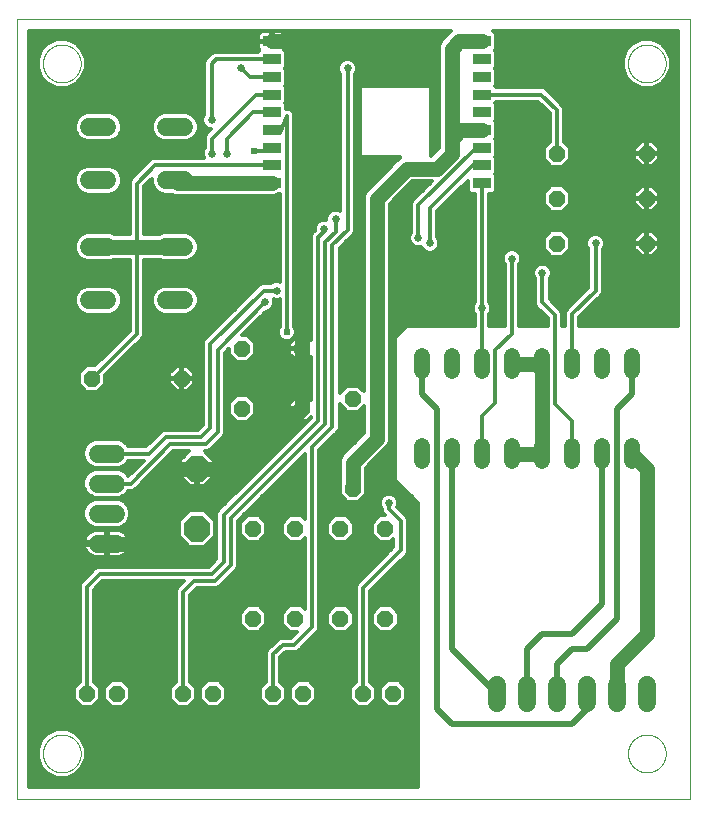
<source format=gtl>
G75*
%MOIN*%
%OFA0B0*%
%FSLAX25Y25*%
%IPPOS*%
%LPD*%
%AMOC8*
5,1,8,0,0,1.08239X$1,22.5*
%
%ADD10C,0.00000*%
%ADD11OC8,0.05200*%
%ADD12C,0.06000*%
%ADD13R,0.05846X0.03543*%
%ADD14C,0.05200*%
%ADD15OC8,0.08500*%
%ADD16C,0.05000*%
%ADD17C,0.01200*%
%ADD18C,0.02578*%
%ADD19C,0.02400*%
%ADD20C,0.02000*%
D10*
X0001000Y0001000D02*
X0001000Y0260843D01*
X0225409Y0260843D01*
X0225409Y0001000D01*
X0001000Y0001000D01*
X0009701Y0016000D02*
X0009703Y0016158D01*
X0009709Y0016316D01*
X0009719Y0016474D01*
X0009733Y0016632D01*
X0009751Y0016789D01*
X0009772Y0016946D01*
X0009798Y0017102D01*
X0009828Y0017258D01*
X0009861Y0017413D01*
X0009899Y0017566D01*
X0009940Y0017719D01*
X0009985Y0017871D01*
X0010034Y0018022D01*
X0010087Y0018171D01*
X0010143Y0018319D01*
X0010203Y0018465D01*
X0010267Y0018610D01*
X0010335Y0018753D01*
X0010406Y0018895D01*
X0010480Y0019035D01*
X0010558Y0019172D01*
X0010640Y0019308D01*
X0010724Y0019442D01*
X0010813Y0019573D01*
X0010904Y0019702D01*
X0010999Y0019829D01*
X0011096Y0019954D01*
X0011197Y0020076D01*
X0011301Y0020195D01*
X0011408Y0020312D01*
X0011518Y0020426D01*
X0011631Y0020537D01*
X0011746Y0020646D01*
X0011864Y0020751D01*
X0011985Y0020853D01*
X0012108Y0020953D01*
X0012234Y0021049D01*
X0012362Y0021142D01*
X0012492Y0021232D01*
X0012625Y0021318D01*
X0012760Y0021402D01*
X0012896Y0021481D01*
X0013035Y0021558D01*
X0013176Y0021630D01*
X0013318Y0021700D01*
X0013462Y0021765D01*
X0013608Y0021827D01*
X0013755Y0021885D01*
X0013904Y0021940D01*
X0014054Y0021991D01*
X0014205Y0022038D01*
X0014357Y0022081D01*
X0014510Y0022120D01*
X0014665Y0022156D01*
X0014820Y0022187D01*
X0014976Y0022215D01*
X0015132Y0022239D01*
X0015289Y0022259D01*
X0015447Y0022275D01*
X0015604Y0022287D01*
X0015763Y0022295D01*
X0015921Y0022299D01*
X0016079Y0022299D01*
X0016237Y0022295D01*
X0016396Y0022287D01*
X0016553Y0022275D01*
X0016711Y0022259D01*
X0016868Y0022239D01*
X0017024Y0022215D01*
X0017180Y0022187D01*
X0017335Y0022156D01*
X0017490Y0022120D01*
X0017643Y0022081D01*
X0017795Y0022038D01*
X0017946Y0021991D01*
X0018096Y0021940D01*
X0018245Y0021885D01*
X0018392Y0021827D01*
X0018538Y0021765D01*
X0018682Y0021700D01*
X0018824Y0021630D01*
X0018965Y0021558D01*
X0019104Y0021481D01*
X0019240Y0021402D01*
X0019375Y0021318D01*
X0019508Y0021232D01*
X0019638Y0021142D01*
X0019766Y0021049D01*
X0019892Y0020953D01*
X0020015Y0020853D01*
X0020136Y0020751D01*
X0020254Y0020646D01*
X0020369Y0020537D01*
X0020482Y0020426D01*
X0020592Y0020312D01*
X0020699Y0020195D01*
X0020803Y0020076D01*
X0020904Y0019954D01*
X0021001Y0019829D01*
X0021096Y0019702D01*
X0021187Y0019573D01*
X0021276Y0019442D01*
X0021360Y0019308D01*
X0021442Y0019172D01*
X0021520Y0019035D01*
X0021594Y0018895D01*
X0021665Y0018753D01*
X0021733Y0018610D01*
X0021797Y0018465D01*
X0021857Y0018319D01*
X0021913Y0018171D01*
X0021966Y0018022D01*
X0022015Y0017871D01*
X0022060Y0017719D01*
X0022101Y0017566D01*
X0022139Y0017413D01*
X0022172Y0017258D01*
X0022202Y0017102D01*
X0022228Y0016946D01*
X0022249Y0016789D01*
X0022267Y0016632D01*
X0022281Y0016474D01*
X0022291Y0016316D01*
X0022297Y0016158D01*
X0022299Y0016000D01*
X0022297Y0015842D01*
X0022291Y0015684D01*
X0022281Y0015526D01*
X0022267Y0015368D01*
X0022249Y0015211D01*
X0022228Y0015054D01*
X0022202Y0014898D01*
X0022172Y0014742D01*
X0022139Y0014587D01*
X0022101Y0014434D01*
X0022060Y0014281D01*
X0022015Y0014129D01*
X0021966Y0013978D01*
X0021913Y0013829D01*
X0021857Y0013681D01*
X0021797Y0013535D01*
X0021733Y0013390D01*
X0021665Y0013247D01*
X0021594Y0013105D01*
X0021520Y0012965D01*
X0021442Y0012828D01*
X0021360Y0012692D01*
X0021276Y0012558D01*
X0021187Y0012427D01*
X0021096Y0012298D01*
X0021001Y0012171D01*
X0020904Y0012046D01*
X0020803Y0011924D01*
X0020699Y0011805D01*
X0020592Y0011688D01*
X0020482Y0011574D01*
X0020369Y0011463D01*
X0020254Y0011354D01*
X0020136Y0011249D01*
X0020015Y0011147D01*
X0019892Y0011047D01*
X0019766Y0010951D01*
X0019638Y0010858D01*
X0019508Y0010768D01*
X0019375Y0010682D01*
X0019240Y0010598D01*
X0019104Y0010519D01*
X0018965Y0010442D01*
X0018824Y0010370D01*
X0018682Y0010300D01*
X0018538Y0010235D01*
X0018392Y0010173D01*
X0018245Y0010115D01*
X0018096Y0010060D01*
X0017946Y0010009D01*
X0017795Y0009962D01*
X0017643Y0009919D01*
X0017490Y0009880D01*
X0017335Y0009844D01*
X0017180Y0009813D01*
X0017024Y0009785D01*
X0016868Y0009761D01*
X0016711Y0009741D01*
X0016553Y0009725D01*
X0016396Y0009713D01*
X0016237Y0009705D01*
X0016079Y0009701D01*
X0015921Y0009701D01*
X0015763Y0009705D01*
X0015604Y0009713D01*
X0015447Y0009725D01*
X0015289Y0009741D01*
X0015132Y0009761D01*
X0014976Y0009785D01*
X0014820Y0009813D01*
X0014665Y0009844D01*
X0014510Y0009880D01*
X0014357Y0009919D01*
X0014205Y0009962D01*
X0014054Y0010009D01*
X0013904Y0010060D01*
X0013755Y0010115D01*
X0013608Y0010173D01*
X0013462Y0010235D01*
X0013318Y0010300D01*
X0013176Y0010370D01*
X0013035Y0010442D01*
X0012896Y0010519D01*
X0012760Y0010598D01*
X0012625Y0010682D01*
X0012492Y0010768D01*
X0012362Y0010858D01*
X0012234Y0010951D01*
X0012108Y0011047D01*
X0011985Y0011147D01*
X0011864Y0011249D01*
X0011746Y0011354D01*
X0011631Y0011463D01*
X0011518Y0011574D01*
X0011408Y0011688D01*
X0011301Y0011805D01*
X0011197Y0011924D01*
X0011096Y0012046D01*
X0010999Y0012171D01*
X0010904Y0012298D01*
X0010813Y0012427D01*
X0010724Y0012558D01*
X0010640Y0012692D01*
X0010558Y0012828D01*
X0010480Y0012965D01*
X0010406Y0013105D01*
X0010335Y0013247D01*
X0010267Y0013390D01*
X0010203Y0013535D01*
X0010143Y0013681D01*
X0010087Y0013829D01*
X0010034Y0013978D01*
X0009985Y0014129D01*
X0009940Y0014281D01*
X0009899Y0014434D01*
X0009861Y0014587D01*
X0009828Y0014742D01*
X0009798Y0014898D01*
X0009772Y0015054D01*
X0009751Y0015211D01*
X0009733Y0015368D01*
X0009719Y0015526D01*
X0009709Y0015684D01*
X0009703Y0015842D01*
X0009701Y0016000D01*
X0009701Y0246000D02*
X0009703Y0246158D01*
X0009709Y0246316D01*
X0009719Y0246474D01*
X0009733Y0246632D01*
X0009751Y0246789D01*
X0009772Y0246946D01*
X0009798Y0247102D01*
X0009828Y0247258D01*
X0009861Y0247413D01*
X0009899Y0247566D01*
X0009940Y0247719D01*
X0009985Y0247871D01*
X0010034Y0248022D01*
X0010087Y0248171D01*
X0010143Y0248319D01*
X0010203Y0248465D01*
X0010267Y0248610D01*
X0010335Y0248753D01*
X0010406Y0248895D01*
X0010480Y0249035D01*
X0010558Y0249172D01*
X0010640Y0249308D01*
X0010724Y0249442D01*
X0010813Y0249573D01*
X0010904Y0249702D01*
X0010999Y0249829D01*
X0011096Y0249954D01*
X0011197Y0250076D01*
X0011301Y0250195D01*
X0011408Y0250312D01*
X0011518Y0250426D01*
X0011631Y0250537D01*
X0011746Y0250646D01*
X0011864Y0250751D01*
X0011985Y0250853D01*
X0012108Y0250953D01*
X0012234Y0251049D01*
X0012362Y0251142D01*
X0012492Y0251232D01*
X0012625Y0251318D01*
X0012760Y0251402D01*
X0012896Y0251481D01*
X0013035Y0251558D01*
X0013176Y0251630D01*
X0013318Y0251700D01*
X0013462Y0251765D01*
X0013608Y0251827D01*
X0013755Y0251885D01*
X0013904Y0251940D01*
X0014054Y0251991D01*
X0014205Y0252038D01*
X0014357Y0252081D01*
X0014510Y0252120D01*
X0014665Y0252156D01*
X0014820Y0252187D01*
X0014976Y0252215D01*
X0015132Y0252239D01*
X0015289Y0252259D01*
X0015447Y0252275D01*
X0015604Y0252287D01*
X0015763Y0252295D01*
X0015921Y0252299D01*
X0016079Y0252299D01*
X0016237Y0252295D01*
X0016396Y0252287D01*
X0016553Y0252275D01*
X0016711Y0252259D01*
X0016868Y0252239D01*
X0017024Y0252215D01*
X0017180Y0252187D01*
X0017335Y0252156D01*
X0017490Y0252120D01*
X0017643Y0252081D01*
X0017795Y0252038D01*
X0017946Y0251991D01*
X0018096Y0251940D01*
X0018245Y0251885D01*
X0018392Y0251827D01*
X0018538Y0251765D01*
X0018682Y0251700D01*
X0018824Y0251630D01*
X0018965Y0251558D01*
X0019104Y0251481D01*
X0019240Y0251402D01*
X0019375Y0251318D01*
X0019508Y0251232D01*
X0019638Y0251142D01*
X0019766Y0251049D01*
X0019892Y0250953D01*
X0020015Y0250853D01*
X0020136Y0250751D01*
X0020254Y0250646D01*
X0020369Y0250537D01*
X0020482Y0250426D01*
X0020592Y0250312D01*
X0020699Y0250195D01*
X0020803Y0250076D01*
X0020904Y0249954D01*
X0021001Y0249829D01*
X0021096Y0249702D01*
X0021187Y0249573D01*
X0021276Y0249442D01*
X0021360Y0249308D01*
X0021442Y0249172D01*
X0021520Y0249035D01*
X0021594Y0248895D01*
X0021665Y0248753D01*
X0021733Y0248610D01*
X0021797Y0248465D01*
X0021857Y0248319D01*
X0021913Y0248171D01*
X0021966Y0248022D01*
X0022015Y0247871D01*
X0022060Y0247719D01*
X0022101Y0247566D01*
X0022139Y0247413D01*
X0022172Y0247258D01*
X0022202Y0247102D01*
X0022228Y0246946D01*
X0022249Y0246789D01*
X0022267Y0246632D01*
X0022281Y0246474D01*
X0022291Y0246316D01*
X0022297Y0246158D01*
X0022299Y0246000D01*
X0022297Y0245842D01*
X0022291Y0245684D01*
X0022281Y0245526D01*
X0022267Y0245368D01*
X0022249Y0245211D01*
X0022228Y0245054D01*
X0022202Y0244898D01*
X0022172Y0244742D01*
X0022139Y0244587D01*
X0022101Y0244434D01*
X0022060Y0244281D01*
X0022015Y0244129D01*
X0021966Y0243978D01*
X0021913Y0243829D01*
X0021857Y0243681D01*
X0021797Y0243535D01*
X0021733Y0243390D01*
X0021665Y0243247D01*
X0021594Y0243105D01*
X0021520Y0242965D01*
X0021442Y0242828D01*
X0021360Y0242692D01*
X0021276Y0242558D01*
X0021187Y0242427D01*
X0021096Y0242298D01*
X0021001Y0242171D01*
X0020904Y0242046D01*
X0020803Y0241924D01*
X0020699Y0241805D01*
X0020592Y0241688D01*
X0020482Y0241574D01*
X0020369Y0241463D01*
X0020254Y0241354D01*
X0020136Y0241249D01*
X0020015Y0241147D01*
X0019892Y0241047D01*
X0019766Y0240951D01*
X0019638Y0240858D01*
X0019508Y0240768D01*
X0019375Y0240682D01*
X0019240Y0240598D01*
X0019104Y0240519D01*
X0018965Y0240442D01*
X0018824Y0240370D01*
X0018682Y0240300D01*
X0018538Y0240235D01*
X0018392Y0240173D01*
X0018245Y0240115D01*
X0018096Y0240060D01*
X0017946Y0240009D01*
X0017795Y0239962D01*
X0017643Y0239919D01*
X0017490Y0239880D01*
X0017335Y0239844D01*
X0017180Y0239813D01*
X0017024Y0239785D01*
X0016868Y0239761D01*
X0016711Y0239741D01*
X0016553Y0239725D01*
X0016396Y0239713D01*
X0016237Y0239705D01*
X0016079Y0239701D01*
X0015921Y0239701D01*
X0015763Y0239705D01*
X0015604Y0239713D01*
X0015447Y0239725D01*
X0015289Y0239741D01*
X0015132Y0239761D01*
X0014976Y0239785D01*
X0014820Y0239813D01*
X0014665Y0239844D01*
X0014510Y0239880D01*
X0014357Y0239919D01*
X0014205Y0239962D01*
X0014054Y0240009D01*
X0013904Y0240060D01*
X0013755Y0240115D01*
X0013608Y0240173D01*
X0013462Y0240235D01*
X0013318Y0240300D01*
X0013176Y0240370D01*
X0013035Y0240442D01*
X0012896Y0240519D01*
X0012760Y0240598D01*
X0012625Y0240682D01*
X0012492Y0240768D01*
X0012362Y0240858D01*
X0012234Y0240951D01*
X0012108Y0241047D01*
X0011985Y0241147D01*
X0011864Y0241249D01*
X0011746Y0241354D01*
X0011631Y0241463D01*
X0011518Y0241574D01*
X0011408Y0241688D01*
X0011301Y0241805D01*
X0011197Y0241924D01*
X0011096Y0242046D01*
X0010999Y0242171D01*
X0010904Y0242298D01*
X0010813Y0242427D01*
X0010724Y0242558D01*
X0010640Y0242692D01*
X0010558Y0242828D01*
X0010480Y0242965D01*
X0010406Y0243105D01*
X0010335Y0243247D01*
X0010267Y0243390D01*
X0010203Y0243535D01*
X0010143Y0243681D01*
X0010087Y0243829D01*
X0010034Y0243978D01*
X0009985Y0244129D01*
X0009940Y0244281D01*
X0009899Y0244434D01*
X0009861Y0244587D01*
X0009828Y0244742D01*
X0009798Y0244898D01*
X0009772Y0245054D01*
X0009751Y0245211D01*
X0009733Y0245368D01*
X0009719Y0245526D01*
X0009709Y0245684D01*
X0009703Y0245842D01*
X0009701Y0246000D01*
X0204701Y0246000D02*
X0204703Y0246158D01*
X0204709Y0246316D01*
X0204719Y0246474D01*
X0204733Y0246632D01*
X0204751Y0246789D01*
X0204772Y0246946D01*
X0204798Y0247102D01*
X0204828Y0247258D01*
X0204861Y0247413D01*
X0204899Y0247566D01*
X0204940Y0247719D01*
X0204985Y0247871D01*
X0205034Y0248022D01*
X0205087Y0248171D01*
X0205143Y0248319D01*
X0205203Y0248465D01*
X0205267Y0248610D01*
X0205335Y0248753D01*
X0205406Y0248895D01*
X0205480Y0249035D01*
X0205558Y0249172D01*
X0205640Y0249308D01*
X0205724Y0249442D01*
X0205813Y0249573D01*
X0205904Y0249702D01*
X0205999Y0249829D01*
X0206096Y0249954D01*
X0206197Y0250076D01*
X0206301Y0250195D01*
X0206408Y0250312D01*
X0206518Y0250426D01*
X0206631Y0250537D01*
X0206746Y0250646D01*
X0206864Y0250751D01*
X0206985Y0250853D01*
X0207108Y0250953D01*
X0207234Y0251049D01*
X0207362Y0251142D01*
X0207492Y0251232D01*
X0207625Y0251318D01*
X0207760Y0251402D01*
X0207896Y0251481D01*
X0208035Y0251558D01*
X0208176Y0251630D01*
X0208318Y0251700D01*
X0208462Y0251765D01*
X0208608Y0251827D01*
X0208755Y0251885D01*
X0208904Y0251940D01*
X0209054Y0251991D01*
X0209205Y0252038D01*
X0209357Y0252081D01*
X0209510Y0252120D01*
X0209665Y0252156D01*
X0209820Y0252187D01*
X0209976Y0252215D01*
X0210132Y0252239D01*
X0210289Y0252259D01*
X0210447Y0252275D01*
X0210604Y0252287D01*
X0210763Y0252295D01*
X0210921Y0252299D01*
X0211079Y0252299D01*
X0211237Y0252295D01*
X0211396Y0252287D01*
X0211553Y0252275D01*
X0211711Y0252259D01*
X0211868Y0252239D01*
X0212024Y0252215D01*
X0212180Y0252187D01*
X0212335Y0252156D01*
X0212490Y0252120D01*
X0212643Y0252081D01*
X0212795Y0252038D01*
X0212946Y0251991D01*
X0213096Y0251940D01*
X0213245Y0251885D01*
X0213392Y0251827D01*
X0213538Y0251765D01*
X0213682Y0251700D01*
X0213824Y0251630D01*
X0213965Y0251558D01*
X0214104Y0251481D01*
X0214240Y0251402D01*
X0214375Y0251318D01*
X0214508Y0251232D01*
X0214638Y0251142D01*
X0214766Y0251049D01*
X0214892Y0250953D01*
X0215015Y0250853D01*
X0215136Y0250751D01*
X0215254Y0250646D01*
X0215369Y0250537D01*
X0215482Y0250426D01*
X0215592Y0250312D01*
X0215699Y0250195D01*
X0215803Y0250076D01*
X0215904Y0249954D01*
X0216001Y0249829D01*
X0216096Y0249702D01*
X0216187Y0249573D01*
X0216276Y0249442D01*
X0216360Y0249308D01*
X0216442Y0249172D01*
X0216520Y0249035D01*
X0216594Y0248895D01*
X0216665Y0248753D01*
X0216733Y0248610D01*
X0216797Y0248465D01*
X0216857Y0248319D01*
X0216913Y0248171D01*
X0216966Y0248022D01*
X0217015Y0247871D01*
X0217060Y0247719D01*
X0217101Y0247566D01*
X0217139Y0247413D01*
X0217172Y0247258D01*
X0217202Y0247102D01*
X0217228Y0246946D01*
X0217249Y0246789D01*
X0217267Y0246632D01*
X0217281Y0246474D01*
X0217291Y0246316D01*
X0217297Y0246158D01*
X0217299Y0246000D01*
X0217297Y0245842D01*
X0217291Y0245684D01*
X0217281Y0245526D01*
X0217267Y0245368D01*
X0217249Y0245211D01*
X0217228Y0245054D01*
X0217202Y0244898D01*
X0217172Y0244742D01*
X0217139Y0244587D01*
X0217101Y0244434D01*
X0217060Y0244281D01*
X0217015Y0244129D01*
X0216966Y0243978D01*
X0216913Y0243829D01*
X0216857Y0243681D01*
X0216797Y0243535D01*
X0216733Y0243390D01*
X0216665Y0243247D01*
X0216594Y0243105D01*
X0216520Y0242965D01*
X0216442Y0242828D01*
X0216360Y0242692D01*
X0216276Y0242558D01*
X0216187Y0242427D01*
X0216096Y0242298D01*
X0216001Y0242171D01*
X0215904Y0242046D01*
X0215803Y0241924D01*
X0215699Y0241805D01*
X0215592Y0241688D01*
X0215482Y0241574D01*
X0215369Y0241463D01*
X0215254Y0241354D01*
X0215136Y0241249D01*
X0215015Y0241147D01*
X0214892Y0241047D01*
X0214766Y0240951D01*
X0214638Y0240858D01*
X0214508Y0240768D01*
X0214375Y0240682D01*
X0214240Y0240598D01*
X0214104Y0240519D01*
X0213965Y0240442D01*
X0213824Y0240370D01*
X0213682Y0240300D01*
X0213538Y0240235D01*
X0213392Y0240173D01*
X0213245Y0240115D01*
X0213096Y0240060D01*
X0212946Y0240009D01*
X0212795Y0239962D01*
X0212643Y0239919D01*
X0212490Y0239880D01*
X0212335Y0239844D01*
X0212180Y0239813D01*
X0212024Y0239785D01*
X0211868Y0239761D01*
X0211711Y0239741D01*
X0211553Y0239725D01*
X0211396Y0239713D01*
X0211237Y0239705D01*
X0211079Y0239701D01*
X0210921Y0239701D01*
X0210763Y0239705D01*
X0210604Y0239713D01*
X0210447Y0239725D01*
X0210289Y0239741D01*
X0210132Y0239761D01*
X0209976Y0239785D01*
X0209820Y0239813D01*
X0209665Y0239844D01*
X0209510Y0239880D01*
X0209357Y0239919D01*
X0209205Y0239962D01*
X0209054Y0240009D01*
X0208904Y0240060D01*
X0208755Y0240115D01*
X0208608Y0240173D01*
X0208462Y0240235D01*
X0208318Y0240300D01*
X0208176Y0240370D01*
X0208035Y0240442D01*
X0207896Y0240519D01*
X0207760Y0240598D01*
X0207625Y0240682D01*
X0207492Y0240768D01*
X0207362Y0240858D01*
X0207234Y0240951D01*
X0207108Y0241047D01*
X0206985Y0241147D01*
X0206864Y0241249D01*
X0206746Y0241354D01*
X0206631Y0241463D01*
X0206518Y0241574D01*
X0206408Y0241688D01*
X0206301Y0241805D01*
X0206197Y0241924D01*
X0206096Y0242046D01*
X0205999Y0242171D01*
X0205904Y0242298D01*
X0205813Y0242427D01*
X0205724Y0242558D01*
X0205640Y0242692D01*
X0205558Y0242828D01*
X0205480Y0242965D01*
X0205406Y0243105D01*
X0205335Y0243247D01*
X0205267Y0243390D01*
X0205203Y0243535D01*
X0205143Y0243681D01*
X0205087Y0243829D01*
X0205034Y0243978D01*
X0204985Y0244129D01*
X0204940Y0244281D01*
X0204899Y0244434D01*
X0204861Y0244587D01*
X0204828Y0244742D01*
X0204798Y0244898D01*
X0204772Y0245054D01*
X0204751Y0245211D01*
X0204733Y0245368D01*
X0204719Y0245526D01*
X0204709Y0245684D01*
X0204703Y0245842D01*
X0204701Y0246000D01*
X0204701Y0016000D02*
X0204703Y0016158D01*
X0204709Y0016316D01*
X0204719Y0016474D01*
X0204733Y0016632D01*
X0204751Y0016789D01*
X0204772Y0016946D01*
X0204798Y0017102D01*
X0204828Y0017258D01*
X0204861Y0017413D01*
X0204899Y0017566D01*
X0204940Y0017719D01*
X0204985Y0017871D01*
X0205034Y0018022D01*
X0205087Y0018171D01*
X0205143Y0018319D01*
X0205203Y0018465D01*
X0205267Y0018610D01*
X0205335Y0018753D01*
X0205406Y0018895D01*
X0205480Y0019035D01*
X0205558Y0019172D01*
X0205640Y0019308D01*
X0205724Y0019442D01*
X0205813Y0019573D01*
X0205904Y0019702D01*
X0205999Y0019829D01*
X0206096Y0019954D01*
X0206197Y0020076D01*
X0206301Y0020195D01*
X0206408Y0020312D01*
X0206518Y0020426D01*
X0206631Y0020537D01*
X0206746Y0020646D01*
X0206864Y0020751D01*
X0206985Y0020853D01*
X0207108Y0020953D01*
X0207234Y0021049D01*
X0207362Y0021142D01*
X0207492Y0021232D01*
X0207625Y0021318D01*
X0207760Y0021402D01*
X0207896Y0021481D01*
X0208035Y0021558D01*
X0208176Y0021630D01*
X0208318Y0021700D01*
X0208462Y0021765D01*
X0208608Y0021827D01*
X0208755Y0021885D01*
X0208904Y0021940D01*
X0209054Y0021991D01*
X0209205Y0022038D01*
X0209357Y0022081D01*
X0209510Y0022120D01*
X0209665Y0022156D01*
X0209820Y0022187D01*
X0209976Y0022215D01*
X0210132Y0022239D01*
X0210289Y0022259D01*
X0210447Y0022275D01*
X0210604Y0022287D01*
X0210763Y0022295D01*
X0210921Y0022299D01*
X0211079Y0022299D01*
X0211237Y0022295D01*
X0211396Y0022287D01*
X0211553Y0022275D01*
X0211711Y0022259D01*
X0211868Y0022239D01*
X0212024Y0022215D01*
X0212180Y0022187D01*
X0212335Y0022156D01*
X0212490Y0022120D01*
X0212643Y0022081D01*
X0212795Y0022038D01*
X0212946Y0021991D01*
X0213096Y0021940D01*
X0213245Y0021885D01*
X0213392Y0021827D01*
X0213538Y0021765D01*
X0213682Y0021700D01*
X0213824Y0021630D01*
X0213965Y0021558D01*
X0214104Y0021481D01*
X0214240Y0021402D01*
X0214375Y0021318D01*
X0214508Y0021232D01*
X0214638Y0021142D01*
X0214766Y0021049D01*
X0214892Y0020953D01*
X0215015Y0020853D01*
X0215136Y0020751D01*
X0215254Y0020646D01*
X0215369Y0020537D01*
X0215482Y0020426D01*
X0215592Y0020312D01*
X0215699Y0020195D01*
X0215803Y0020076D01*
X0215904Y0019954D01*
X0216001Y0019829D01*
X0216096Y0019702D01*
X0216187Y0019573D01*
X0216276Y0019442D01*
X0216360Y0019308D01*
X0216442Y0019172D01*
X0216520Y0019035D01*
X0216594Y0018895D01*
X0216665Y0018753D01*
X0216733Y0018610D01*
X0216797Y0018465D01*
X0216857Y0018319D01*
X0216913Y0018171D01*
X0216966Y0018022D01*
X0217015Y0017871D01*
X0217060Y0017719D01*
X0217101Y0017566D01*
X0217139Y0017413D01*
X0217172Y0017258D01*
X0217202Y0017102D01*
X0217228Y0016946D01*
X0217249Y0016789D01*
X0217267Y0016632D01*
X0217281Y0016474D01*
X0217291Y0016316D01*
X0217297Y0016158D01*
X0217299Y0016000D01*
X0217297Y0015842D01*
X0217291Y0015684D01*
X0217281Y0015526D01*
X0217267Y0015368D01*
X0217249Y0015211D01*
X0217228Y0015054D01*
X0217202Y0014898D01*
X0217172Y0014742D01*
X0217139Y0014587D01*
X0217101Y0014434D01*
X0217060Y0014281D01*
X0217015Y0014129D01*
X0216966Y0013978D01*
X0216913Y0013829D01*
X0216857Y0013681D01*
X0216797Y0013535D01*
X0216733Y0013390D01*
X0216665Y0013247D01*
X0216594Y0013105D01*
X0216520Y0012965D01*
X0216442Y0012828D01*
X0216360Y0012692D01*
X0216276Y0012558D01*
X0216187Y0012427D01*
X0216096Y0012298D01*
X0216001Y0012171D01*
X0215904Y0012046D01*
X0215803Y0011924D01*
X0215699Y0011805D01*
X0215592Y0011688D01*
X0215482Y0011574D01*
X0215369Y0011463D01*
X0215254Y0011354D01*
X0215136Y0011249D01*
X0215015Y0011147D01*
X0214892Y0011047D01*
X0214766Y0010951D01*
X0214638Y0010858D01*
X0214508Y0010768D01*
X0214375Y0010682D01*
X0214240Y0010598D01*
X0214104Y0010519D01*
X0213965Y0010442D01*
X0213824Y0010370D01*
X0213682Y0010300D01*
X0213538Y0010235D01*
X0213392Y0010173D01*
X0213245Y0010115D01*
X0213096Y0010060D01*
X0212946Y0010009D01*
X0212795Y0009962D01*
X0212643Y0009919D01*
X0212490Y0009880D01*
X0212335Y0009844D01*
X0212180Y0009813D01*
X0212024Y0009785D01*
X0211868Y0009761D01*
X0211711Y0009741D01*
X0211553Y0009725D01*
X0211396Y0009713D01*
X0211237Y0009705D01*
X0211079Y0009701D01*
X0210921Y0009701D01*
X0210763Y0009705D01*
X0210604Y0009713D01*
X0210447Y0009725D01*
X0210289Y0009741D01*
X0210132Y0009761D01*
X0209976Y0009785D01*
X0209820Y0009813D01*
X0209665Y0009844D01*
X0209510Y0009880D01*
X0209357Y0009919D01*
X0209205Y0009962D01*
X0209054Y0010009D01*
X0208904Y0010060D01*
X0208755Y0010115D01*
X0208608Y0010173D01*
X0208462Y0010235D01*
X0208318Y0010300D01*
X0208176Y0010370D01*
X0208035Y0010442D01*
X0207896Y0010519D01*
X0207760Y0010598D01*
X0207625Y0010682D01*
X0207492Y0010768D01*
X0207362Y0010858D01*
X0207234Y0010951D01*
X0207108Y0011047D01*
X0206985Y0011147D01*
X0206864Y0011249D01*
X0206746Y0011354D01*
X0206631Y0011463D01*
X0206518Y0011574D01*
X0206408Y0011688D01*
X0206301Y0011805D01*
X0206197Y0011924D01*
X0206096Y0012046D01*
X0205999Y0012171D01*
X0205904Y0012298D01*
X0205813Y0012427D01*
X0205724Y0012558D01*
X0205640Y0012692D01*
X0205558Y0012828D01*
X0205480Y0012965D01*
X0205406Y0013105D01*
X0205335Y0013247D01*
X0205267Y0013390D01*
X0205203Y0013535D01*
X0205143Y0013681D01*
X0205087Y0013829D01*
X0205034Y0013978D01*
X0204985Y0014129D01*
X0204940Y0014281D01*
X0204899Y0014434D01*
X0204861Y0014587D01*
X0204828Y0014742D01*
X0204798Y0014898D01*
X0204772Y0015054D01*
X0204751Y0015211D01*
X0204733Y0015368D01*
X0204719Y0015526D01*
X0204709Y0015684D01*
X0204703Y0015842D01*
X0204701Y0016000D01*
D11*
X0126433Y0036000D03*
X0116433Y0036000D03*
X0123874Y0061000D03*
X0108874Y0061000D03*
X0093874Y0061000D03*
X0079819Y0061000D03*
X0086433Y0036000D03*
X0096433Y0036000D03*
X0066433Y0036000D03*
X0056433Y0036000D03*
X0034386Y0036000D03*
X0024386Y0036000D03*
X0079819Y0091000D03*
X0093874Y0091000D03*
X0108874Y0091000D03*
X0112969Y0104189D03*
X0123874Y0091000D03*
X0096000Y0131000D03*
X0112969Y0134189D03*
X0096000Y0151000D03*
X0076000Y0151000D03*
X0076000Y0131000D03*
X0056000Y0141000D03*
X0026000Y0141000D03*
X0181000Y0186000D03*
X0181000Y0201000D03*
X0181000Y0216000D03*
X0211000Y0216000D03*
X0211000Y0201000D03*
X0211000Y0186000D03*
D12*
X0211000Y0039000D02*
X0211000Y0033000D01*
X0201000Y0033000D02*
X0201000Y0039000D01*
X0191000Y0039000D02*
X0191000Y0033000D01*
X0181000Y0033000D02*
X0181000Y0039000D01*
X0171000Y0039000D02*
X0171000Y0033000D01*
X0161000Y0033000D02*
X0161000Y0039000D01*
X0056800Y0167100D02*
X0050800Y0167100D01*
X0050800Y0184900D02*
X0056800Y0184900D01*
X0056800Y0207100D02*
X0050800Y0207100D01*
X0050800Y0224900D02*
X0056800Y0224900D01*
X0031200Y0224900D02*
X0025200Y0224900D01*
X0025200Y0207100D02*
X0031200Y0207100D01*
X0031200Y0184900D02*
X0025200Y0184900D01*
X0025200Y0167100D02*
X0031200Y0167100D01*
X0034000Y0116000D02*
X0028000Y0116000D01*
X0028000Y0106000D02*
X0034000Y0106000D01*
X0034000Y0096000D02*
X0028000Y0096000D01*
X0028000Y0086000D02*
X0034000Y0086000D01*
D13*
X0085990Y0206118D03*
X0085990Y0212024D03*
X0085990Y0217929D03*
X0085990Y0223835D03*
X0085990Y0229740D03*
X0085990Y0235646D03*
X0085990Y0241551D03*
X0085990Y0247457D03*
X0085990Y0253362D03*
X0156010Y0253362D03*
X0156010Y0247457D03*
X0156010Y0241551D03*
X0156010Y0235646D03*
X0156010Y0229740D03*
X0156010Y0223835D03*
X0156010Y0217929D03*
X0156010Y0212024D03*
X0156010Y0206118D03*
D14*
X0156000Y0148600D02*
X0156000Y0143400D01*
X0146000Y0143400D02*
X0146000Y0148600D01*
X0136000Y0148600D02*
X0136000Y0143400D01*
X0136000Y0118600D02*
X0136000Y0113400D01*
X0146000Y0113400D02*
X0146000Y0118600D01*
X0156000Y0118600D02*
X0156000Y0113400D01*
X0166000Y0113400D02*
X0166000Y0118600D01*
X0176000Y0118600D02*
X0176000Y0113400D01*
X0186000Y0113400D02*
X0186000Y0118600D01*
X0196000Y0118600D02*
X0196000Y0113400D01*
X0206000Y0113400D02*
X0206000Y0118600D01*
X0206000Y0143400D02*
X0206000Y0148600D01*
X0196000Y0148600D02*
X0196000Y0143400D01*
X0186000Y0143400D02*
X0186000Y0148600D01*
X0176000Y0148600D02*
X0176000Y0143400D01*
X0166000Y0143400D02*
X0166000Y0148600D01*
D15*
X0061000Y0111000D03*
X0061000Y0091000D03*
D16*
X0046000Y0091000D02*
X0046000Y0106000D01*
X0051000Y0111000D01*
X0061000Y0111000D01*
X0076000Y0111000D01*
X0096000Y0131000D01*
X0096000Y0151000D01*
X0096000Y0251000D01*
X0093638Y0253362D01*
X0085990Y0253362D01*
X0053800Y0207100D02*
X0054782Y0206118D01*
X0085990Y0206118D01*
X0053800Y0184900D02*
X0041000Y0184900D01*
X0028200Y0184900D01*
X0046000Y0091000D02*
X0041000Y0086000D01*
X0031000Y0086000D01*
X0112969Y0104189D02*
X0112969Y0112969D01*
X0121000Y0121000D01*
X0121000Y0201000D01*
X0131000Y0211000D01*
X0141000Y0211000D01*
X0146000Y0216000D01*
X0146000Y0221000D01*
X0148835Y0223835D01*
X0156010Y0223835D01*
X0146000Y0221000D02*
X0146000Y0251000D01*
X0148362Y0253362D01*
X0156010Y0253362D01*
X0166000Y0146000D02*
X0176000Y0146000D01*
X0176000Y0116000D01*
X0166000Y0116000D01*
X0206000Y0116000D02*
X0211000Y0111000D01*
X0211000Y0056000D01*
X0201000Y0046000D01*
X0201000Y0036000D01*
D17*
X0186000Y0116000D02*
X0186000Y0126945D01*
X0180400Y0132545D01*
X0180400Y0162151D01*
X0176197Y0166354D01*
X0176197Y0176197D01*
X0178382Y0178380D02*
X0191513Y0178380D01*
X0191513Y0179578D02*
X0168755Y0179578D01*
X0168619Y0179250D02*
X0169089Y0180386D01*
X0169089Y0181614D01*
X0168619Y0182750D01*
X0167750Y0183619D01*
X0166614Y0184089D01*
X0165386Y0184089D01*
X0164250Y0183619D01*
X0163381Y0182750D01*
X0162911Y0181614D01*
X0162911Y0180386D01*
X0163381Y0179250D01*
X0163600Y0179032D01*
X0163600Y0158480D01*
X0158400Y0158480D01*
X0158400Y0162417D01*
X0158619Y0162636D01*
X0159089Y0163771D01*
X0159089Y0165000D01*
X0158619Y0166136D01*
X0158400Y0166354D01*
X0158400Y0202546D01*
X0159679Y0202546D01*
X0160733Y0203601D01*
X0160733Y0208635D01*
X0160298Y0209071D01*
X0160733Y0209506D01*
X0160733Y0214541D01*
X0160298Y0214976D01*
X0160733Y0215412D01*
X0160733Y0220446D01*
X0160298Y0220882D01*
X0160733Y0221317D01*
X0160733Y0226352D01*
X0160298Y0226787D01*
X0160733Y0227223D01*
X0160733Y0232257D01*
X0160298Y0232693D01*
X0160733Y0233128D01*
X0160733Y0233246D01*
X0174809Y0233246D01*
X0178600Y0229455D01*
X0178600Y0219823D01*
X0176600Y0217823D01*
X0176600Y0214177D01*
X0179177Y0211600D01*
X0182823Y0211600D01*
X0185400Y0214177D01*
X0185400Y0217823D01*
X0183400Y0219823D01*
X0183400Y0230926D01*
X0183035Y0231808D01*
X0177163Y0237680D01*
X0176281Y0238046D01*
X0160733Y0238046D01*
X0160733Y0238163D01*
X0160298Y0238598D01*
X0160733Y0239034D01*
X0160733Y0244068D01*
X0160298Y0244504D01*
X0160733Y0244939D01*
X0160733Y0249974D01*
X0160298Y0250409D01*
X0160733Y0250845D01*
X0160733Y0255879D01*
X0159707Y0256906D01*
X0221472Y0256906D01*
X0221472Y0158480D01*
X0188400Y0158480D01*
X0188400Y0161384D01*
X0195948Y0168932D01*
X0196313Y0169814D01*
X0196313Y0184071D01*
X0196532Y0184290D01*
X0197002Y0185425D01*
X0197002Y0186654D01*
X0196532Y0187789D01*
X0195663Y0188658D01*
X0194528Y0189128D01*
X0193299Y0189128D01*
X0192164Y0188658D01*
X0191295Y0187789D01*
X0190824Y0186654D01*
X0190824Y0185425D01*
X0191295Y0184290D01*
X0191513Y0184071D01*
X0191513Y0171285D01*
X0183965Y0163737D01*
X0183600Y0162855D01*
X0183600Y0158480D01*
X0182800Y0158480D01*
X0182800Y0162629D01*
X0182435Y0163511D01*
X0178597Y0167348D01*
X0178597Y0174228D01*
X0178816Y0174447D01*
X0179286Y0175582D01*
X0179286Y0176811D01*
X0178816Y0177947D01*
X0177947Y0178816D01*
X0176811Y0179286D01*
X0175582Y0179286D01*
X0174447Y0178816D01*
X0173578Y0177947D01*
X0173108Y0176811D01*
X0173108Y0175582D01*
X0173578Y0174447D01*
X0173797Y0174228D01*
X0173797Y0165877D01*
X0174162Y0164995D01*
X0174837Y0164320D01*
X0178000Y0161157D01*
X0178000Y0158480D01*
X0168400Y0158480D01*
X0168400Y0179032D01*
X0168619Y0179250D01*
X0168400Y0178380D02*
X0174011Y0178380D01*
X0173261Y0177181D02*
X0168400Y0177181D01*
X0168400Y0175983D02*
X0173108Y0175983D01*
X0173439Y0174784D02*
X0168400Y0174784D01*
X0168400Y0173586D02*
X0173797Y0173586D01*
X0173797Y0172387D02*
X0168400Y0172387D01*
X0168400Y0171189D02*
X0173797Y0171189D01*
X0173797Y0169990D02*
X0168400Y0169990D01*
X0168400Y0168792D02*
X0173797Y0168792D01*
X0173797Y0167593D02*
X0168400Y0167593D01*
X0168400Y0166395D02*
X0173797Y0166395D01*
X0174079Y0165196D02*
X0168400Y0165196D01*
X0168400Y0163998D02*
X0175160Y0163998D01*
X0176358Y0162799D02*
X0168400Y0162799D01*
X0168400Y0161601D02*
X0177557Y0161601D01*
X0178000Y0160402D02*
X0168400Y0160402D01*
X0168400Y0159203D02*
X0178000Y0159203D01*
X0182800Y0159203D02*
X0183600Y0159203D01*
X0183600Y0160402D02*
X0182800Y0160402D01*
X0182800Y0161601D02*
X0183600Y0161601D01*
X0183600Y0162799D02*
X0182729Y0162799D01*
X0181948Y0163998D02*
X0184225Y0163998D01*
X0185424Y0165196D02*
X0180749Y0165196D01*
X0179551Y0166395D02*
X0186623Y0166395D01*
X0187821Y0167593D02*
X0178597Y0167593D01*
X0178597Y0168792D02*
X0189020Y0168792D01*
X0190218Y0169990D02*
X0178597Y0169990D01*
X0178597Y0171189D02*
X0191417Y0171189D01*
X0191513Y0172387D02*
X0178597Y0172387D01*
X0178597Y0173586D02*
X0191513Y0173586D01*
X0191513Y0174784D02*
X0178955Y0174784D01*
X0179286Y0175983D02*
X0191513Y0175983D01*
X0191513Y0177181D02*
X0179133Y0177181D01*
X0179177Y0181600D02*
X0182823Y0181600D01*
X0185400Y0184177D01*
X0185400Y0187823D01*
X0182823Y0190400D01*
X0179177Y0190400D01*
X0176600Y0187823D01*
X0176600Y0184177D01*
X0179177Y0181600D01*
X0178802Y0181975D02*
X0168940Y0181975D01*
X0169089Y0180777D02*
X0191513Y0180777D01*
X0191513Y0181975D02*
X0183198Y0181975D01*
X0184396Y0183174D02*
X0191513Y0183174D01*
X0191260Y0184372D02*
X0185400Y0184372D01*
X0185400Y0185571D02*
X0190824Y0185571D01*
X0190872Y0186769D02*
X0185400Y0186769D01*
X0185255Y0187968D02*
X0191473Y0187968D01*
X0193913Y0186039D02*
X0193913Y0170291D01*
X0186000Y0162378D01*
X0186000Y0146000D01*
X0188400Y0159203D02*
X0221472Y0159203D01*
X0221472Y0160402D02*
X0188400Y0160402D01*
X0188617Y0161601D02*
X0221472Y0161601D01*
X0221472Y0162799D02*
X0189815Y0162799D01*
X0191014Y0163998D02*
X0221472Y0163998D01*
X0221472Y0165196D02*
X0192212Y0165196D01*
X0193411Y0166395D02*
X0221472Y0166395D01*
X0221472Y0167593D02*
X0194609Y0167593D01*
X0195808Y0168792D02*
X0221472Y0168792D01*
X0221472Y0169990D02*
X0196313Y0169990D01*
X0196313Y0171189D02*
X0221472Y0171189D01*
X0221472Y0172387D02*
X0196313Y0172387D01*
X0196313Y0173586D02*
X0221472Y0173586D01*
X0221472Y0174784D02*
X0196313Y0174784D01*
X0196313Y0175983D02*
X0221472Y0175983D01*
X0221472Y0177181D02*
X0196313Y0177181D01*
X0196313Y0178380D02*
X0221472Y0178380D01*
X0221472Y0179578D02*
X0196313Y0179578D01*
X0196313Y0180777D02*
X0221472Y0180777D01*
X0221472Y0181975D02*
X0212915Y0181975D01*
X0212740Y0181800D02*
X0215200Y0184260D01*
X0215200Y0185800D01*
X0211200Y0185800D01*
X0211200Y0186200D01*
X0215200Y0186200D01*
X0215200Y0187740D01*
X0212740Y0190200D01*
X0211200Y0190200D01*
X0211200Y0186200D01*
X0210800Y0186200D01*
X0210800Y0190200D01*
X0209260Y0190200D01*
X0206800Y0187740D01*
X0206800Y0186200D01*
X0210800Y0186200D01*
X0210800Y0185800D01*
X0211200Y0185800D01*
X0211200Y0181800D01*
X0212740Y0181800D01*
X0211200Y0181975D02*
X0210800Y0181975D01*
X0210800Y0181800D02*
X0210800Y0185800D01*
X0206800Y0185800D01*
X0206800Y0184260D01*
X0209260Y0181800D01*
X0210800Y0181800D01*
X0210800Y0183174D02*
X0211200Y0183174D01*
X0211200Y0184372D02*
X0210800Y0184372D01*
X0210800Y0185571D02*
X0211200Y0185571D01*
X0211200Y0186769D02*
X0210800Y0186769D01*
X0210800Y0187968D02*
X0211200Y0187968D01*
X0211200Y0189166D02*
X0210800Y0189166D01*
X0213773Y0189166D02*
X0221472Y0189166D01*
X0221472Y0187968D02*
X0214972Y0187968D01*
X0215200Y0186769D02*
X0221472Y0186769D01*
X0221472Y0185571D02*
X0215200Y0185571D01*
X0215200Y0184372D02*
X0221472Y0184372D01*
X0221472Y0183174D02*
X0214113Y0183174D01*
X0209085Y0181975D02*
X0196313Y0181975D01*
X0196313Y0183174D02*
X0207887Y0183174D01*
X0206800Y0184372D02*
X0196566Y0184372D01*
X0197002Y0185571D02*
X0206800Y0185571D01*
X0206800Y0186769D02*
X0196955Y0186769D01*
X0196353Y0187968D02*
X0207028Y0187968D01*
X0208227Y0189166D02*
X0184056Y0189166D01*
X0182858Y0190365D02*
X0221472Y0190365D01*
X0221472Y0191563D02*
X0158400Y0191563D01*
X0158400Y0190365D02*
X0179142Y0190365D01*
X0177944Y0189166D02*
X0158400Y0189166D01*
X0158400Y0187968D02*
X0176745Y0187968D01*
X0176600Y0186769D02*
X0158400Y0186769D01*
X0158400Y0185571D02*
X0176600Y0185571D01*
X0176600Y0184372D02*
X0158400Y0184372D01*
X0158400Y0183174D02*
X0163805Y0183174D01*
X0163060Y0181975D02*
X0158400Y0181975D01*
X0158400Y0180777D02*
X0162911Y0180777D01*
X0163245Y0179578D02*
X0158400Y0179578D01*
X0158400Y0178380D02*
X0163600Y0178380D01*
X0163600Y0177181D02*
X0158400Y0177181D01*
X0158400Y0175983D02*
X0163600Y0175983D01*
X0163600Y0174784D02*
X0158400Y0174784D01*
X0158400Y0173586D02*
X0163600Y0173586D01*
X0163600Y0172387D02*
X0158400Y0172387D01*
X0158400Y0171189D02*
X0163600Y0171189D01*
X0163600Y0169990D02*
X0158400Y0169990D01*
X0158400Y0168792D02*
X0163600Y0168792D01*
X0163600Y0167593D02*
X0158400Y0167593D01*
X0158400Y0166395D02*
X0163600Y0166395D01*
X0163600Y0165196D02*
X0159008Y0165196D01*
X0159089Y0163998D02*
X0163600Y0163998D01*
X0163600Y0162799D02*
X0158686Y0162799D01*
X0158400Y0161601D02*
X0163600Y0161601D01*
X0163600Y0160402D02*
X0158400Y0160402D01*
X0158400Y0159203D02*
X0163600Y0159203D01*
X0166000Y0156000D02*
X0160400Y0150400D01*
X0160400Y0132841D01*
X0156000Y0128441D01*
X0156000Y0116000D01*
X0134858Y0099425D02*
X0134858Y0004937D01*
X0004937Y0004937D01*
X0004937Y0256906D01*
X0145824Y0256906D01*
X0144717Y0255798D01*
X0142355Y0253436D01*
X0141700Y0251855D01*
X0141700Y0217781D01*
X0139219Y0215300D01*
X0139100Y0215300D01*
X0139100Y0238069D01*
X0138749Y0238421D01*
X0115751Y0238421D01*
X0115400Y0238069D01*
X0115400Y0215072D01*
X0115751Y0214721D01*
X0128747Y0214721D01*
X0128564Y0214645D01*
X0127355Y0213436D01*
X0118564Y0204645D01*
X0117355Y0203436D01*
X0116700Y0201855D01*
X0116700Y0136680D01*
X0114791Y0138589D01*
X0111146Y0138589D01*
X0108594Y0136037D01*
X0108594Y0184483D01*
X0113271Y0189160D01*
X0113636Y0190042D01*
X0113636Y0242399D01*
X0113855Y0242618D01*
X0114325Y0243753D01*
X0114325Y0244982D01*
X0113855Y0246117D01*
X0112986Y0246986D01*
X0111851Y0247457D01*
X0110622Y0247457D01*
X0109486Y0246986D01*
X0108618Y0246117D01*
X0108147Y0244982D01*
X0108147Y0243753D01*
X0108618Y0242618D01*
X0108836Y0242399D01*
X0108836Y0196796D01*
X0107914Y0197178D01*
X0106685Y0197178D01*
X0105549Y0196708D01*
X0104680Y0195839D01*
X0104210Y0194703D01*
X0104210Y0193817D01*
X0103977Y0193913D01*
X0102748Y0193913D01*
X0101612Y0193443D01*
X0100743Y0192574D01*
X0100273Y0191439D01*
X0100273Y0190282D01*
X0100034Y0190042D01*
X0099359Y0189367D01*
X0098994Y0188485D01*
X0098994Y0153946D01*
X0097740Y0155200D01*
X0096200Y0155200D01*
X0096200Y0151200D01*
X0095800Y0151200D01*
X0095800Y0155200D01*
X0094260Y0155200D01*
X0091800Y0152740D01*
X0091800Y0151200D01*
X0095800Y0151200D01*
X0095800Y0150800D01*
X0096200Y0150800D01*
X0096200Y0146800D01*
X0097740Y0146800D01*
X0098994Y0148054D01*
X0098994Y0133946D01*
X0097740Y0135200D01*
X0096200Y0135200D01*
X0096200Y0131200D01*
X0095800Y0131200D01*
X0095800Y0135200D01*
X0094260Y0135200D01*
X0091800Y0132740D01*
X0091800Y0131200D01*
X0095800Y0131200D01*
X0095800Y0130800D01*
X0096200Y0130800D01*
X0096200Y0126800D01*
X0097740Y0126800D01*
X0098994Y0128054D01*
X0098994Y0127978D01*
X0068538Y0097523D01*
X0067863Y0096848D01*
X0067498Y0095966D01*
X0067498Y0080734D01*
X0064967Y0078203D01*
X0028082Y0078203D01*
X0027200Y0077838D01*
X0022351Y0072989D01*
X0021986Y0072107D01*
X0021986Y0039823D01*
X0019986Y0037823D01*
X0019986Y0034177D01*
X0022563Y0031600D01*
X0026208Y0031600D01*
X0028786Y0034177D01*
X0028786Y0037823D01*
X0026786Y0039823D01*
X0026786Y0070636D01*
X0029553Y0073403D01*
X0056661Y0073403D01*
X0054398Y0071141D01*
X0054033Y0070258D01*
X0054033Y0039823D01*
X0052033Y0037823D01*
X0052033Y0034177D01*
X0054611Y0031600D01*
X0058256Y0031600D01*
X0060833Y0034177D01*
X0060833Y0037823D01*
X0058833Y0039823D01*
X0058833Y0068787D01*
X0061049Y0071003D01*
X0067432Y0071003D01*
X0068314Y0071369D01*
X0068989Y0072044D01*
X0074332Y0077387D01*
X0074698Y0078269D01*
X0074698Y0093500D01*
X0097025Y0115828D01*
X0097025Y0094071D01*
X0095697Y0095400D01*
X0092051Y0095400D01*
X0089474Y0092823D01*
X0089474Y0089177D01*
X0092051Y0086600D01*
X0095697Y0086600D01*
X0097025Y0087929D01*
X0097025Y0064071D01*
X0095697Y0065400D01*
X0092051Y0065400D01*
X0089474Y0062823D01*
X0089474Y0059177D01*
X0092051Y0056600D01*
X0094544Y0056600D01*
X0092526Y0054581D01*
X0089105Y0054581D01*
X0088223Y0054216D01*
X0085074Y0051066D01*
X0084398Y0050391D01*
X0084033Y0049509D01*
X0084033Y0039823D01*
X0082033Y0037823D01*
X0082033Y0034177D01*
X0084611Y0031600D01*
X0088256Y0031600D01*
X0090833Y0034177D01*
X0090833Y0037823D01*
X0088833Y0039823D01*
X0088833Y0048037D01*
X0090577Y0049781D01*
X0093997Y0049781D01*
X0094879Y0050146D01*
X0095554Y0050822D01*
X0101460Y0056727D01*
X0101825Y0057609D01*
X0101825Y0117233D01*
X0108228Y0123637D01*
X0108594Y0124519D01*
X0108594Y0132341D01*
X0111146Y0129789D01*
X0114791Y0129789D01*
X0116700Y0131698D01*
X0116700Y0122781D01*
X0110533Y0116614D01*
X0110533Y0116614D01*
X0109323Y0115404D01*
X0108669Y0113824D01*
X0108669Y0106111D01*
X0108569Y0106012D01*
X0108569Y0102366D01*
X0111146Y0099789D01*
X0114791Y0099789D01*
X0117368Y0102366D01*
X0117368Y0106012D01*
X0117268Y0106111D01*
X0117268Y0111187D01*
X0123436Y0117355D01*
X0124645Y0118564D01*
X0125300Y0120145D01*
X0125300Y0199219D01*
X0132781Y0206700D01*
X0139387Y0206700D01*
X0132824Y0200137D01*
X0132458Y0199255D01*
X0132458Y0189879D01*
X0132240Y0189661D01*
X0131769Y0188525D01*
X0131769Y0187297D01*
X0132240Y0186161D01*
X0133109Y0185292D01*
X0134244Y0184822D01*
X0135473Y0184822D01*
X0135885Y0184993D01*
X0136177Y0184290D01*
X0137046Y0183421D01*
X0138181Y0182950D01*
X0139410Y0182950D01*
X0140545Y0183421D01*
X0141414Y0184290D01*
X0141884Y0185425D01*
X0141884Y0186654D01*
X0141414Y0187789D01*
X0141195Y0188008D01*
X0141195Y0196856D01*
X0151287Y0206948D01*
X0151287Y0203601D01*
X0152341Y0202546D01*
X0153600Y0202546D01*
X0153600Y0166354D01*
X0153381Y0166136D01*
X0152911Y0165000D01*
X0152911Y0163771D01*
X0153381Y0162636D01*
X0153600Y0162417D01*
X0153600Y0158480D01*
X0130921Y0158480D01*
X0126984Y0154543D01*
X0126984Y0107299D01*
X0134858Y0099425D01*
X0134858Y0099278D02*
X0128105Y0099278D01*
X0128105Y0098811D02*
X0128105Y0100040D01*
X0127634Y0101175D01*
X0126766Y0102044D01*
X0125630Y0102514D01*
X0124401Y0102514D01*
X0123266Y0102044D01*
X0122397Y0101175D01*
X0121927Y0100040D01*
X0121927Y0098811D01*
X0122397Y0097675D01*
X0122616Y0097457D01*
X0122616Y0096979D01*
X0122981Y0096097D01*
X0123656Y0095422D01*
X0123678Y0095400D01*
X0122051Y0095400D01*
X0119474Y0092823D01*
X0119474Y0089177D01*
X0122051Y0086600D01*
X0125697Y0086600D01*
X0126553Y0087456D01*
X0126553Y0084671D01*
X0114398Y0072517D01*
X0114033Y0071635D01*
X0114033Y0039823D01*
X0112033Y0037823D01*
X0112033Y0034177D01*
X0114611Y0031600D01*
X0118256Y0031600D01*
X0120833Y0034177D01*
X0120833Y0037823D01*
X0118833Y0039823D01*
X0118833Y0070163D01*
X0130987Y0082318D01*
X0131353Y0083200D01*
X0131353Y0093997D01*
X0130987Y0094879D01*
X0127797Y0098069D01*
X0128105Y0098811D01*
X0127802Y0098079D02*
X0134858Y0098079D01*
X0134858Y0096881D02*
X0128986Y0096881D01*
X0130184Y0095682D02*
X0134858Y0095682D01*
X0134858Y0094484D02*
X0131151Y0094484D01*
X0131353Y0093285D02*
X0134858Y0093285D01*
X0134858Y0092087D02*
X0131353Y0092087D01*
X0131353Y0090888D02*
X0134858Y0090888D01*
X0134858Y0089690D02*
X0131353Y0089690D01*
X0131353Y0088491D02*
X0134858Y0088491D01*
X0134858Y0087293D02*
X0131353Y0087293D01*
X0131353Y0086094D02*
X0134858Y0086094D01*
X0134858Y0084896D02*
X0131353Y0084896D01*
X0131353Y0083697D02*
X0134858Y0083697D01*
X0134858Y0082499D02*
X0131062Y0082499D01*
X0129970Y0081300D02*
X0134858Y0081300D01*
X0134858Y0080102D02*
X0128771Y0080102D01*
X0127573Y0078903D02*
X0134858Y0078903D01*
X0134858Y0077705D02*
X0126374Y0077705D01*
X0125176Y0076506D02*
X0134858Y0076506D01*
X0134858Y0075308D02*
X0123977Y0075308D01*
X0122779Y0074109D02*
X0134858Y0074109D01*
X0134858Y0072911D02*
X0121580Y0072911D01*
X0120382Y0071712D02*
X0134858Y0071712D01*
X0134858Y0070514D02*
X0119183Y0070514D01*
X0118833Y0069315D02*
X0134858Y0069315D01*
X0134858Y0068117D02*
X0118833Y0068117D01*
X0118833Y0066918D02*
X0134858Y0066918D01*
X0134858Y0065720D02*
X0118833Y0065720D01*
X0118833Y0064521D02*
X0121173Y0064521D01*
X0122051Y0065400D02*
X0119474Y0062823D01*
X0119474Y0059177D01*
X0122051Y0056600D01*
X0125697Y0056600D01*
X0128274Y0059177D01*
X0128274Y0062823D01*
X0125697Y0065400D01*
X0122051Y0065400D01*
X0119974Y0063323D02*
X0118833Y0063323D01*
X0118833Y0062124D02*
X0119474Y0062124D01*
X0119474Y0060926D02*
X0118833Y0060926D01*
X0118833Y0059727D02*
X0119474Y0059727D01*
X0118833Y0058529D02*
X0120123Y0058529D01*
X0121321Y0057330D02*
X0118833Y0057330D01*
X0118833Y0056132D02*
X0134858Y0056132D01*
X0134858Y0057330D02*
X0126427Y0057330D01*
X0127625Y0058529D02*
X0134858Y0058529D01*
X0134858Y0059727D02*
X0128274Y0059727D01*
X0128274Y0060926D02*
X0134858Y0060926D01*
X0134858Y0062124D02*
X0128274Y0062124D01*
X0127774Y0063323D02*
X0134858Y0063323D01*
X0134858Y0064521D02*
X0126575Y0064521D01*
X0116433Y0071157D02*
X0128953Y0083677D01*
X0128953Y0093520D01*
X0125016Y0097457D01*
X0125016Y0099425D01*
X0127134Y0101675D02*
X0132609Y0101675D01*
X0133807Y0100476D02*
X0127924Y0100476D01*
X0130211Y0104072D02*
X0117368Y0104072D01*
X0117368Y0105270D02*
X0129013Y0105270D01*
X0127814Y0106469D02*
X0117268Y0106469D01*
X0117268Y0107668D02*
X0126984Y0107668D01*
X0126984Y0108866D02*
X0117268Y0108866D01*
X0117268Y0110065D02*
X0126984Y0110065D01*
X0126984Y0111263D02*
X0117344Y0111263D01*
X0118543Y0112462D02*
X0126984Y0112462D01*
X0126984Y0113660D02*
X0119741Y0113660D01*
X0120940Y0114859D02*
X0126984Y0114859D01*
X0126984Y0116057D02*
X0122138Y0116057D01*
X0123337Y0117256D02*
X0126984Y0117256D01*
X0126984Y0118454D02*
X0124535Y0118454D01*
X0125096Y0119653D02*
X0126984Y0119653D01*
X0126984Y0120851D02*
X0125300Y0120851D01*
X0125300Y0122050D02*
X0126984Y0122050D01*
X0126984Y0123248D02*
X0125300Y0123248D01*
X0125300Y0124447D02*
X0126984Y0124447D01*
X0126984Y0125645D02*
X0125300Y0125645D01*
X0125300Y0126844D02*
X0126984Y0126844D01*
X0126984Y0128042D02*
X0125300Y0128042D01*
X0125300Y0129241D02*
X0126984Y0129241D01*
X0126984Y0130439D02*
X0125300Y0130439D01*
X0125300Y0131638D02*
X0126984Y0131638D01*
X0126984Y0132836D02*
X0125300Y0132836D01*
X0125300Y0134035D02*
X0126984Y0134035D01*
X0126984Y0135233D02*
X0125300Y0135233D01*
X0125300Y0136432D02*
X0126984Y0136432D01*
X0126984Y0137630D02*
X0125300Y0137630D01*
X0125300Y0138829D02*
X0126984Y0138829D01*
X0126984Y0140027D02*
X0125300Y0140027D01*
X0125300Y0141226D02*
X0126984Y0141226D01*
X0126984Y0142424D02*
X0125300Y0142424D01*
X0125300Y0143623D02*
X0126984Y0143623D01*
X0126984Y0144821D02*
X0125300Y0144821D01*
X0125300Y0146020D02*
X0126984Y0146020D01*
X0126984Y0147218D02*
X0125300Y0147218D01*
X0125300Y0148417D02*
X0126984Y0148417D01*
X0126984Y0149615D02*
X0125300Y0149615D01*
X0125300Y0150814D02*
X0126984Y0150814D01*
X0126984Y0152012D02*
X0125300Y0152012D01*
X0125300Y0153211D02*
X0126984Y0153211D01*
X0126984Y0154409D02*
X0125300Y0154409D01*
X0125300Y0155608D02*
X0128049Y0155608D01*
X0129247Y0156806D02*
X0125300Y0156806D01*
X0125300Y0158005D02*
X0130446Y0158005D01*
X0125300Y0159203D02*
X0153600Y0159203D01*
X0153600Y0160402D02*
X0125300Y0160402D01*
X0125300Y0161601D02*
X0153600Y0161601D01*
X0153314Y0162799D02*
X0125300Y0162799D01*
X0125300Y0163998D02*
X0152911Y0163998D01*
X0152992Y0165196D02*
X0125300Y0165196D01*
X0125300Y0166395D02*
X0153600Y0166395D01*
X0153600Y0167593D02*
X0125300Y0167593D01*
X0125300Y0168792D02*
X0153600Y0168792D01*
X0153600Y0169990D02*
X0125300Y0169990D01*
X0125300Y0171189D02*
X0153600Y0171189D01*
X0153600Y0172387D02*
X0125300Y0172387D01*
X0125300Y0173586D02*
X0153600Y0173586D01*
X0153600Y0174784D02*
X0125300Y0174784D01*
X0125300Y0175983D02*
X0153600Y0175983D01*
X0153600Y0177181D02*
X0125300Y0177181D01*
X0125300Y0178380D02*
X0153600Y0178380D01*
X0153600Y0179578D02*
X0125300Y0179578D01*
X0125300Y0180777D02*
X0153600Y0180777D01*
X0153600Y0181975D02*
X0125300Y0181975D01*
X0125300Y0183174D02*
X0137642Y0183174D01*
X0136142Y0184372D02*
X0125300Y0184372D01*
X0125300Y0185571D02*
X0132830Y0185571D01*
X0131988Y0186769D02*
X0125300Y0186769D01*
X0125300Y0187968D02*
X0131769Y0187968D01*
X0132035Y0189166D02*
X0125300Y0189166D01*
X0125300Y0190365D02*
X0132458Y0190365D01*
X0132458Y0191563D02*
X0125300Y0191563D01*
X0125300Y0192762D02*
X0132458Y0192762D01*
X0132458Y0193960D02*
X0125300Y0193960D01*
X0125300Y0195159D02*
X0132458Y0195159D01*
X0132458Y0196357D02*
X0125300Y0196357D01*
X0125300Y0197556D02*
X0132458Y0197556D01*
X0132458Y0198754D02*
X0125300Y0198754D01*
X0126034Y0199953D02*
X0132748Y0199953D01*
X0133838Y0201151D02*
X0127232Y0201151D01*
X0128431Y0202350D02*
X0135037Y0202350D01*
X0136235Y0203548D02*
X0129630Y0203548D01*
X0130828Y0204747D02*
X0137434Y0204747D01*
X0138632Y0205945D02*
X0132027Y0205945D01*
X0134858Y0198777D02*
X0154010Y0217929D01*
X0156010Y0217929D01*
X0160733Y0217931D02*
X0176708Y0217931D01*
X0176600Y0216732D02*
X0160733Y0216732D01*
X0160733Y0215534D02*
X0176600Y0215534D01*
X0176600Y0214335D02*
X0160733Y0214335D01*
X0160733Y0213137D02*
X0177641Y0213137D01*
X0178839Y0211938D02*
X0160733Y0211938D01*
X0160733Y0210739D02*
X0221472Y0210739D01*
X0221472Y0209541D02*
X0160733Y0209541D01*
X0160733Y0208342D02*
X0221472Y0208342D01*
X0221472Y0207144D02*
X0160733Y0207144D01*
X0160733Y0205945D02*
X0221472Y0205945D01*
X0221472Y0204747D02*
X0213193Y0204747D01*
X0212740Y0205200D02*
X0215200Y0202740D01*
X0215200Y0201200D01*
X0211200Y0201200D01*
X0211200Y0200800D01*
X0215200Y0200800D01*
X0215200Y0199260D01*
X0212740Y0196800D01*
X0211200Y0196800D01*
X0211200Y0200800D01*
X0210800Y0200800D01*
X0210800Y0196800D01*
X0209260Y0196800D01*
X0206800Y0199260D01*
X0206800Y0200800D01*
X0210800Y0200800D01*
X0210800Y0201200D01*
X0210800Y0205200D01*
X0209260Y0205200D01*
X0206800Y0202740D01*
X0206800Y0201200D01*
X0210800Y0201200D01*
X0211200Y0201200D01*
X0211200Y0205200D01*
X0212740Y0205200D01*
X0211200Y0204747D02*
X0210800Y0204747D01*
X0210800Y0203548D02*
X0211200Y0203548D01*
X0211200Y0202350D02*
X0210800Y0202350D01*
X0210800Y0201151D02*
X0185400Y0201151D01*
X0185400Y0199953D02*
X0206800Y0199953D01*
X0207306Y0198754D02*
X0184977Y0198754D01*
X0185400Y0199177D02*
X0182823Y0196600D01*
X0179177Y0196600D01*
X0176600Y0199177D01*
X0176600Y0202823D01*
X0179177Y0205400D01*
X0182823Y0205400D01*
X0185400Y0202823D01*
X0185400Y0199177D01*
X0183778Y0197556D02*
X0208504Y0197556D01*
X0210800Y0197556D02*
X0211200Y0197556D01*
X0211200Y0198754D02*
X0210800Y0198754D01*
X0210800Y0199953D02*
X0211200Y0199953D01*
X0211200Y0201151D02*
X0221472Y0201151D01*
X0221472Y0199953D02*
X0215200Y0199953D01*
X0214694Y0198754D02*
X0221472Y0198754D01*
X0221472Y0197556D02*
X0213496Y0197556D01*
X0215200Y0202350D02*
X0221472Y0202350D01*
X0221472Y0203548D02*
X0214391Y0203548D01*
X0208807Y0204747D02*
X0183476Y0204747D01*
X0184674Y0203548D02*
X0207609Y0203548D01*
X0206800Y0202350D02*
X0185400Y0202350D01*
X0178524Y0204747D02*
X0160733Y0204747D01*
X0160681Y0203548D02*
X0177326Y0203548D01*
X0176600Y0202350D02*
X0158400Y0202350D01*
X0158400Y0201151D02*
X0176600Y0201151D01*
X0176600Y0199953D02*
X0158400Y0199953D01*
X0158400Y0198754D02*
X0177023Y0198754D01*
X0178222Y0197556D02*
X0158400Y0197556D01*
X0158400Y0196357D02*
X0221472Y0196357D01*
X0221472Y0195159D02*
X0158400Y0195159D01*
X0158400Y0193960D02*
X0221472Y0193960D01*
X0221472Y0192762D02*
X0158400Y0192762D01*
X0153600Y0192762D02*
X0141195Y0192762D01*
X0141195Y0193960D02*
X0153600Y0193960D01*
X0153600Y0195159D02*
X0141195Y0195159D01*
X0141195Y0196357D02*
X0153600Y0196357D01*
X0153600Y0197556D02*
X0141895Y0197556D01*
X0143093Y0198754D02*
X0153600Y0198754D01*
X0153600Y0199953D02*
X0144292Y0199953D01*
X0145490Y0201151D02*
X0153600Y0201151D01*
X0153600Y0202350D02*
X0146689Y0202350D01*
X0147887Y0203548D02*
X0151339Y0203548D01*
X0151287Y0204747D02*
X0149086Y0204747D01*
X0150284Y0205945D02*
X0151287Y0205945D01*
X0156000Y0206108D02*
X0156010Y0206118D01*
X0156000Y0206108D02*
X0156000Y0164386D01*
X0156000Y0146000D01*
X0166000Y0156000D02*
X0166000Y0181000D01*
X0168195Y0183174D02*
X0177604Y0183174D01*
X0183161Y0211938D02*
X0209122Y0211938D01*
X0209260Y0211800D02*
X0210800Y0211800D01*
X0210800Y0215800D01*
X0211200Y0215800D01*
X0211200Y0216200D01*
X0215200Y0216200D01*
X0215200Y0217740D01*
X0212740Y0220200D01*
X0211200Y0220200D01*
X0211200Y0216200D01*
X0210800Y0216200D01*
X0210800Y0220200D01*
X0209260Y0220200D01*
X0206800Y0217740D01*
X0206800Y0216200D01*
X0210800Y0216200D01*
X0210800Y0215800D01*
X0206800Y0215800D01*
X0206800Y0214260D01*
X0209260Y0211800D01*
X0210800Y0211938D02*
X0211200Y0211938D01*
X0211200Y0211800D02*
X0212740Y0211800D01*
X0215200Y0214260D01*
X0215200Y0215800D01*
X0211200Y0215800D01*
X0211200Y0211800D01*
X0211200Y0213137D02*
X0210800Y0213137D01*
X0210800Y0214335D02*
X0211200Y0214335D01*
X0211200Y0215534D02*
X0210800Y0215534D01*
X0210800Y0216732D02*
X0211200Y0216732D01*
X0211200Y0217931D02*
X0210800Y0217931D01*
X0210800Y0219129D02*
X0211200Y0219129D01*
X0213811Y0219129D02*
X0221472Y0219129D01*
X0221472Y0217931D02*
X0215009Y0217931D01*
X0215200Y0216732D02*
X0221472Y0216732D01*
X0221472Y0215534D02*
X0215200Y0215534D01*
X0215200Y0214335D02*
X0221472Y0214335D01*
X0221472Y0213137D02*
X0214076Y0213137D01*
X0212878Y0211938D02*
X0221472Y0211938D01*
X0221472Y0220328D02*
X0183400Y0220328D01*
X0183400Y0221526D02*
X0221472Y0221526D01*
X0221472Y0222725D02*
X0183400Y0222725D01*
X0183400Y0223923D02*
X0221472Y0223923D01*
X0221472Y0225122D02*
X0183400Y0225122D01*
X0183400Y0226320D02*
X0221472Y0226320D01*
X0221472Y0227519D02*
X0183400Y0227519D01*
X0183400Y0228717D02*
X0221472Y0228717D01*
X0221472Y0229916D02*
X0183400Y0229916D01*
X0183322Y0231114D02*
X0221472Y0231114D01*
X0221472Y0232313D02*
X0182530Y0232313D01*
X0181332Y0233511D02*
X0221472Y0233511D01*
X0221472Y0234710D02*
X0180133Y0234710D01*
X0178935Y0235908D02*
X0221472Y0235908D01*
X0221472Y0237107D02*
X0177736Y0237107D01*
X0175803Y0235646D02*
X0181000Y0230449D01*
X0181000Y0216000D01*
X0177907Y0219129D02*
X0160733Y0219129D01*
X0160733Y0220328D02*
X0178600Y0220328D01*
X0178600Y0221526D02*
X0160733Y0221526D01*
X0160733Y0222725D02*
X0178600Y0222725D01*
X0178600Y0223923D02*
X0160733Y0223923D01*
X0160733Y0225122D02*
X0178600Y0225122D01*
X0178600Y0226320D02*
X0160733Y0226320D01*
X0160733Y0227519D02*
X0178600Y0227519D01*
X0178600Y0228717D02*
X0160733Y0228717D01*
X0160733Y0229916D02*
X0178139Y0229916D01*
X0176941Y0231114D02*
X0160733Y0231114D01*
X0160678Y0232313D02*
X0175742Y0232313D01*
X0175803Y0235646D02*
X0156010Y0235646D01*
X0160591Y0238305D02*
X0208413Y0238305D01*
X0209389Y0237901D02*
X0212611Y0237901D01*
X0215588Y0239134D01*
X0217866Y0241412D01*
X0219099Y0244389D01*
X0219099Y0247611D01*
X0217866Y0250588D01*
X0215588Y0252866D01*
X0212611Y0254099D01*
X0209389Y0254099D01*
X0206412Y0252866D01*
X0204134Y0250588D01*
X0202901Y0247611D01*
X0202901Y0244389D01*
X0204134Y0241412D01*
X0206412Y0239134D01*
X0209389Y0237901D01*
X0206042Y0239504D02*
X0160733Y0239504D01*
X0160733Y0240702D02*
X0204844Y0240702D01*
X0203931Y0241901D02*
X0160733Y0241901D01*
X0160733Y0243099D02*
X0203435Y0243099D01*
X0202939Y0244298D02*
X0160504Y0244298D01*
X0160733Y0245496D02*
X0202901Y0245496D01*
X0202901Y0246695D02*
X0160733Y0246695D01*
X0160733Y0247893D02*
X0203018Y0247893D01*
X0203514Y0249092D02*
X0160733Y0249092D01*
X0160417Y0250290D02*
X0204011Y0250290D01*
X0205035Y0251489D02*
X0160733Y0251489D01*
X0160733Y0252687D02*
X0206233Y0252687D01*
X0208874Y0253886D02*
X0160733Y0253886D01*
X0160733Y0255084D02*
X0221472Y0255084D01*
X0221472Y0253886D02*
X0213126Y0253886D01*
X0215767Y0252687D02*
X0221472Y0252687D01*
X0221472Y0251489D02*
X0216965Y0251489D01*
X0217989Y0250290D02*
X0221472Y0250290D01*
X0221472Y0249092D02*
X0218486Y0249092D01*
X0218982Y0247893D02*
X0221472Y0247893D01*
X0221472Y0246695D02*
X0219099Y0246695D01*
X0219099Y0245496D02*
X0221472Y0245496D01*
X0221472Y0244298D02*
X0219061Y0244298D01*
X0218565Y0243099D02*
X0221472Y0243099D01*
X0221472Y0241901D02*
X0218069Y0241901D01*
X0217156Y0240702D02*
X0221472Y0240702D01*
X0221472Y0239504D02*
X0215958Y0239504D01*
X0213587Y0238305D02*
X0221472Y0238305D01*
X0221472Y0256283D02*
X0160330Y0256283D01*
X0145202Y0256283D02*
X0090027Y0256283D01*
X0089896Y0256414D02*
X0090194Y0256116D01*
X0090404Y0255751D01*
X0090513Y0255345D01*
X0090513Y0253648D01*
X0086276Y0253648D01*
X0086276Y0253076D01*
X0090513Y0253076D01*
X0090513Y0251380D01*
X0090404Y0250973D01*
X0090194Y0250608D01*
X0090136Y0250551D01*
X0090713Y0249974D01*
X0090713Y0244939D01*
X0090278Y0244504D01*
X0090713Y0244068D01*
X0090713Y0239034D01*
X0090278Y0238598D01*
X0090713Y0238163D01*
X0090713Y0233128D01*
X0090278Y0232693D01*
X0090713Y0232257D01*
X0090713Y0230880D01*
X0091025Y0230874D01*
X0091477Y0230874D01*
X0091501Y0230864D01*
X0091526Y0230864D01*
X0091941Y0230682D01*
X0092359Y0230509D01*
X0092378Y0230491D01*
X0092401Y0230480D01*
X0092714Y0230154D01*
X0093035Y0229834D01*
X0093044Y0229810D01*
X0093062Y0229792D01*
X0093227Y0229370D01*
X0093400Y0228951D01*
X0093400Y0228926D01*
X0093409Y0228902D01*
X0093400Y0228449D01*
X0093400Y0158317D01*
X0093543Y0158173D01*
X0094000Y0157071D01*
X0094000Y0155877D01*
X0093543Y0154775D01*
X0092699Y0153931D01*
X0091597Y0153474D01*
X0090403Y0153474D01*
X0089301Y0153931D01*
X0088457Y0154775D01*
X0088000Y0155877D01*
X0088000Y0157071D01*
X0088457Y0158173D01*
X0088600Y0158317D01*
X0088600Y0167356D01*
X0088229Y0167202D01*
X0087000Y0167202D01*
X0086601Y0167368D01*
X0086766Y0166969D01*
X0086766Y0165740D01*
X0086296Y0164605D01*
X0085427Y0163736D01*
X0084292Y0163265D01*
X0083982Y0163265D01*
X0076117Y0155400D01*
X0077823Y0155400D01*
X0080400Y0152823D01*
X0080400Y0149177D01*
X0077823Y0146600D01*
X0074177Y0146600D01*
X0071600Y0149177D01*
X0071600Y0150883D01*
X0070329Y0149612D01*
X0070329Y0122570D01*
X0069964Y0121688D01*
X0069289Y0121013D01*
X0066027Y0117751D01*
X0065352Y0117076D01*
X0064470Y0116710D01*
X0063563Y0116710D01*
X0066850Y0113423D01*
X0066850Y0111400D01*
X0061400Y0111400D01*
X0061400Y0110600D01*
X0066850Y0110600D01*
X0066850Y0108577D01*
X0063423Y0105150D01*
X0061400Y0105150D01*
X0061400Y0110600D01*
X0060600Y0110600D01*
X0060600Y0105150D01*
X0058577Y0105150D01*
X0055150Y0108577D01*
X0055150Y0110600D01*
X0060600Y0110600D01*
X0060600Y0111400D01*
X0055150Y0111400D01*
X0055150Y0113423D01*
X0058437Y0116710D01*
X0053175Y0116710D01*
X0040430Y0103965D01*
X0039548Y0103600D01*
X0038201Y0103600D01*
X0038069Y0103281D01*
X0036719Y0101931D01*
X0034955Y0101200D01*
X0027045Y0101200D01*
X0025281Y0101931D01*
X0023931Y0103281D01*
X0023200Y0105045D01*
X0023200Y0106955D01*
X0023931Y0108719D01*
X0025281Y0110069D01*
X0027045Y0110800D01*
X0034955Y0110800D01*
X0036719Y0110069D01*
X0038069Y0108719D01*
X0038165Y0108488D01*
X0043277Y0113600D01*
X0038201Y0113600D01*
X0038069Y0113281D01*
X0036719Y0111931D01*
X0034955Y0111200D01*
X0027045Y0111200D01*
X0025281Y0111931D01*
X0023931Y0113281D01*
X0023200Y0115045D01*
X0023200Y0116955D01*
X0023931Y0118719D01*
X0025281Y0120069D01*
X0027045Y0120800D01*
X0034955Y0120800D01*
X0036719Y0120069D01*
X0038069Y0118719D01*
X0038201Y0118400D01*
X0044140Y0118400D01*
X0048609Y0122870D01*
X0049285Y0123545D01*
X0050167Y0123910D01*
X0061461Y0123910D01*
X0063129Y0125578D01*
X0063129Y0153052D01*
X0063495Y0153934D01*
X0081886Y0172326D01*
X0082768Y0172691D01*
X0085646Y0172691D01*
X0085864Y0172910D01*
X0087000Y0173380D01*
X0088229Y0173380D01*
X0088600Y0173226D01*
X0088600Y0202546D01*
X0088500Y0202546D01*
X0088426Y0202473D01*
X0086845Y0201818D01*
X0053927Y0201818D01*
X0052763Y0202300D01*
X0049845Y0202300D01*
X0048081Y0203031D01*
X0046731Y0204381D01*
X0046000Y0206145D01*
X0046000Y0207606D01*
X0043400Y0205006D01*
X0043400Y0189200D01*
X0048638Y0189200D01*
X0049845Y0189700D01*
X0057755Y0189700D01*
X0059519Y0188969D01*
X0060869Y0187619D01*
X0061600Y0185855D01*
X0061600Y0183945D01*
X0060869Y0182181D01*
X0059519Y0180831D01*
X0057755Y0180100D01*
X0049845Y0180100D01*
X0048638Y0180600D01*
X0043400Y0180600D01*
X0043400Y0155523D01*
X0043035Y0154641D01*
X0042359Y0153965D01*
X0030400Y0142006D01*
X0030400Y0139177D01*
X0027823Y0136600D01*
X0024177Y0136600D01*
X0021600Y0139177D01*
X0021600Y0142823D01*
X0024177Y0145400D01*
X0027006Y0145400D01*
X0038600Y0156994D01*
X0038600Y0180600D01*
X0033362Y0180600D01*
X0032155Y0180100D01*
X0024245Y0180100D01*
X0022481Y0180831D01*
X0021131Y0182181D01*
X0020400Y0183945D01*
X0020400Y0185855D01*
X0021131Y0187619D01*
X0022481Y0188969D01*
X0024245Y0189700D01*
X0032155Y0189700D01*
X0033362Y0189200D01*
X0038600Y0189200D01*
X0038600Y0206477D01*
X0038965Y0207359D01*
X0039641Y0208035D01*
X0045664Y0214058D01*
X0046546Y0214424D01*
X0063309Y0214424D01*
X0062911Y0215386D01*
X0062911Y0216614D01*
X0063381Y0217750D01*
X0063600Y0217968D01*
X0063600Y0221477D01*
X0063965Y0222359D01*
X0064641Y0223035D01*
X0065664Y0224058D01*
X0065301Y0224058D01*
X0064166Y0224529D01*
X0063297Y0225397D01*
X0062827Y0226533D01*
X0062827Y0227762D01*
X0063297Y0228897D01*
X0063516Y0229116D01*
X0063516Y0246393D01*
X0063881Y0247275D01*
X0066097Y0249491D01*
X0066979Y0249857D01*
X0081267Y0249857D01*
X0081267Y0249974D01*
X0081844Y0250551D01*
X0081787Y0250608D01*
X0081576Y0250973D01*
X0081467Y0251380D01*
X0081467Y0253076D01*
X0085704Y0253076D01*
X0085704Y0253648D01*
X0081467Y0253648D01*
X0081467Y0255345D01*
X0081576Y0255751D01*
X0081787Y0256116D01*
X0082084Y0256414D01*
X0082449Y0256625D01*
X0082856Y0256734D01*
X0085704Y0256734D01*
X0085704Y0253648D01*
X0086276Y0253648D01*
X0086276Y0256734D01*
X0089124Y0256734D01*
X0089531Y0256625D01*
X0089896Y0256414D01*
X0090513Y0255084D02*
X0144003Y0255084D01*
X0142805Y0253886D02*
X0090513Y0253886D01*
X0090513Y0252687D02*
X0142045Y0252687D01*
X0141700Y0251489D02*
X0090513Y0251489D01*
X0090397Y0250290D02*
X0141700Y0250290D01*
X0141700Y0249092D02*
X0090713Y0249092D01*
X0090713Y0247893D02*
X0141700Y0247893D01*
X0141700Y0246695D02*
X0113278Y0246695D01*
X0114112Y0245496D02*
X0141700Y0245496D01*
X0141700Y0244298D02*
X0114325Y0244298D01*
X0114054Y0243099D02*
X0141700Y0243099D01*
X0141700Y0241901D02*
X0113636Y0241901D01*
X0113636Y0240702D02*
X0141700Y0240702D01*
X0141700Y0239504D02*
X0113636Y0239504D01*
X0113636Y0238305D02*
X0115636Y0238305D01*
X0115400Y0237107D02*
X0113636Y0237107D01*
X0113636Y0235908D02*
X0115400Y0235908D01*
X0115400Y0234710D02*
X0113636Y0234710D01*
X0113636Y0233511D02*
X0115400Y0233511D01*
X0115400Y0232313D02*
X0113636Y0232313D01*
X0113636Y0231114D02*
X0115400Y0231114D01*
X0115400Y0229916D02*
X0113636Y0229916D01*
X0113636Y0228717D02*
X0115400Y0228717D01*
X0115400Y0227519D02*
X0113636Y0227519D01*
X0113636Y0226320D02*
X0115400Y0226320D01*
X0115400Y0225122D02*
X0113636Y0225122D01*
X0113636Y0223923D02*
X0115400Y0223923D01*
X0115400Y0222725D02*
X0113636Y0222725D01*
X0113636Y0221526D02*
X0115400Y0221526D01*
X0115400Y0220328D02*
X0113636Y0220328D01*
X0113636Y0219129D02*
X0115400Y0219129D01*
X0115400Y0217931D02*
X0113636Y0217931D01*
X0113636Y0216732D02*
X0115400Y0216732D01*
X0115400Y0215534D02*
X0113636Y0215534D01*
X0113636Y0214335D02*
X0128254Y0214335D01*
X0127055Y0213137D02*
X0113636Y0213137D01*
X0113636Y0211938D02*
X0125857Y0211938D01*
X0124658Y0210739D02*
X0113636Y0210739D01*
X0113636Y0209541D02*
X0123460Y0209541D01*
X0122261Y0208342D02*
X0113636Y0208342D01*
X0113636Y0207144D02*
X0121063Y0207144D01*
X0119864Y0205945D02*
X0113636Y0205945D01*
X0113636Y0204747D02*
X0118666Y0204747D01*
X0118564Y0204645D02*
X0118564Y0204645D01*
X0117467Y0203548D02*
X0113636Y0203548D01*
X0113636Y0202350D02*
X0116905Y0202350D01*
X0116700Y0201151D02*
X0113636Y0201151D01*
X0113636Y0199953D02*
X0116700Y0199953D01*
X0116700Y0198754D02*
X0113636Y0198754D01*
X0113636Y0197556D02*
X0116700Y0197556D01*
X0116700Y0196357D02*
X0113636Y0196357D01*
X0113636Y0195159D02*
X0116700Y0195159D01*
X0116700Y0193960D02*
X0113636Y0193960D01*
X0113636Y0192762D02*
X0116700Y0192762D01*
X0116700Y0191563D02*
X0113636Y0191563D01*
X0113636Y0190365D02*
X0116700Y0190365D01*
X0116700Y0189166D02*
X0113274Y0189166D01*
X0112079Y0187968D02*
X0116700Y0187968D01*
X0116700Y0186769D02*
X0110880Y0186769D01*
X0109682Y0185571D02*
X0116700Y0185571D01*
X0116700Y0184372D02*
X0108594Y0184372D01*
X0108594Y0183174D02*
X0116700Y0183174D01*
X0116700Y0181975D02*
X0108594Y0181975D01*
X0108594Y0180777D02*
X0116700Y0180777D01*
X0116700Y0179578D02*
X0108594Y0179578D01*
X0108594Y0178380D02*
X0116700Y0178380D01*
X0116700Y0177181D02*
X0108594Y0177181D01*
X0108594Y0175983D02*
X0116700Y0175983D01*
X0116700Y0174784D02*
X0108594Y0174784D01*
X0108594Y0173586D02*
X0116700Y0173586D01*
X0116700Y0172387D02*
X0108594Y0172387D01*
X0108594Y0171189D02*
X0116700Y0171189D01*
X0116700Y0169990D02*
X0108594Y0169990D01*
X0108594Y0168792D02*
X0116700Y0168792D01*
X0116700Y0167593D02*
X0108594Y0167593D01*
X0108594Y0166395D02*
X0116700Y0166395D01*
X0116700Y0165196D02*
X0108594Y0165196D01*
X0108594Y0163998D02*
X0116700Y0163998D01*
X0116700Y0162799D02*
X0108594Y0162799D01*
X0108594Y0161601D02*
X0116700Y0161601D01*
X0116700Y0160402D02*
X0108594Y0160402D01*
X0108594Y0159203D02*
X0116700Y0159203D01*
X0116700Y0158005D02*
X0108594Y0158005D01*
X0108594Y0156806D02*
X0116700Y0156806D01*
X0116700Y0155608D02*
X0108594Y0155608D01*
X0108594Y0154409D02*
X0116700Y0154409D01*
X0116700Y0153211D02*
X0108594Y0153211D01*
X0108594Y0152012D02*
X0116700Y0152012D01*
X0116700Y0150814D02*
X0108594Y0150814D01*
X0108594Y0149615D02*
X0116700Y0149615D01*
X0116700Y0148417D02*
X0108594Y0148417D01*
X0108594Y0147218D02*
X0116700Y0147218D01*
X0116700Y0146020D02*
X0108594Y0146020D01*
X0108594Y0144821D02*
X0116700Y0144821D01*
X0116700Y0143623D02*
X0108594Y0143623D01*
X0108594Y0142424D02*
X0116700Y0142424D01*
X0116700Y0141226D02*
X0108594Y0141226D01*
X0108594Y0140027D02*
X0116700Y0140027D01*
X0116700Y0138829D02*
X0108594Y0138829D01*
X0108594Y0137630D02*
X0110187Y0137630D01*
X0108989Y0136432D02*
X0108594Y0136432D01*
X0108594Y0131638D02*
X0109297Y0131638D01*
X0108594Y0130439D02*
X0110496Y0130439D01*
X0108594Y0129241D02*
X0116700Y0129241D01*
X0116700Y0130439D02*
X0115441Y0130439D01*
X0116640Y0131638D02*
X0116700Y0131638D01*
X0116700Y0128042D02*
X0108594Y0128042D01*
X0108594Y0126844D02*
X0116700Y0126844D01*
X0116700Y0125645D02*
X0108594Y0125645D01*
X0108564Y0124447D02*
X0116700Y0124447D01*
X0116700Y0123248D02*
X0107840Y0123248D01*
X0106641Y0122050D02*
X0115969Y0122050D01*
X0114770Y0120851D02*
X0105443Y0120851D01*
X0104244Y0119653D02*
X0113572Y0119653D01*
X0112373Y0118454D02*
X0103046Y0118454D01*
X0101847Y0117256D02*
X0111174Y0117256D01*
X0109976Y0116057D02*
X0101825Y0116057D01*
X0101825Y0114859D02*
X0109097Y0114859D01*
X0108669Y0113660D02*
X0101825Y0113660D01*
X0101825Y0112462D02*
X0108669Y0112462D01*
X0108669Y0111263D02*
X0101825Y0111263D01*
X0101825Y0110065D02*
X0108669Y0110065D01*
X0108669Y0108866D02*
X0101825Y0108866D01*
X0101825Y0107668D02*
X0108669Y0107668D01*
X0108669Y0106469D02*
X0101825Y0106469D01*
X0101825Y0105270D02*
X0108569Y0105270D01*
X0108569Y0104072D02*
X0101825Y0104072D01*
X0101825Y0102873D02*
X0108569Y0102873D01*
X0109260Y0101675D02*
X0101825Y0101675D01*
X0101825Y0100476D02*
X0110459Y0100476D01*
X0110697Y0095400D02*
X0107051Y0095400D01*
X0104474Y0092823D01*
X0104474Y0089177D01*
X0107051Y0086600D01*
X0110697Y0086600D01*
X0113274Y0089177D01*
X0113274Y0092823D01*
X0110697Y0095400D01*
X0111613Y0094484D02*
X0121135Y0094484D01*
X0119937Y0093285D02*
X0112811Y0093285D01*
X0113274Y0092087D02*
X0119474Y0092087D01*
X0119474Y0090888D02*
X0113274Y0090888D01*
X0113274Y0089690D02*
X0119474Y0089690D01*
X0120160Y0088491D02*
X0112588Y0088491D01*
X0111389Y0087293D02*
X0121359Y0087293D01*
X0124380Y0082499D02*
X0101825Y0082499D01*
X0101825Y0083697D02*
X0125579Y0083697D01*
X0126553Y0084896D02*
X0101825Y0084896D01*
X0101825Y0086094D02*
X0126553Y0086094D01*
X0126553Y0087293D02*
X0126389Y0087293D01*
X0123182Y0081300D02*
X0101825Y0081300D01*
X0101825Y0080102D02*
X0121983Y0080102D01*
X0120785Y0078903D02*
X0101825Y0078903D01*
X0101825Y0077705D02*
X0119586Y0077705D01*
X0118388Y0076506D02*
X0101825Y0076506D01*
X0101825Y0075308D02*
X0117189Y0075308D01*
X0115991Y0074109D02*
X0101825Y0074109D01*
X0101825Y0072911D02*
X0114792Y0072911D01*
X0114065Y0071712D02*
X0101825Y0071712D01*
X0101825Y0070514D02*
X0114033Y0070514D01*
X0114033Y0069315D02*
X0101825Y0069315D01*
X0101825Y0068117D02*
X0114033Y0068117D01*
X0114033Y0066918D02*
X0101825Y0066918D01*
X0101825Y0065720D02*
X0114033Y0065720D01*
X0114033Y0064521D02*
X0111575Y0064521D01*
X0110697Y0065400D02*
X0113274Y0062823D01*
X0113274Y0059177D01*
X0110697Y0056600D01*
X0107051Y0056600D01*
X0104474Y0059177D01*
X0104474Y0062823D01*
X0107051Y0065400D01*
X0110697Y0065400D01*
X0112774Y0063323D02*
X0114033Y0063323D01*
X0114033Y0062124D02*
X0113274Y0062124D01*
X0113274Y0060926D02*
X0114033Y0060926D01*
X0114033Y0059727D02*
X0113274Y0059727D01*
X0112625Y0058529D02*
X0114033Y0058529D01*
X0114033Y0057330D02*
X0111427Y0057330D01*
X0114033Y0056132D02*
X0100864Y0056132D01*
X0101710Y0057330D02*
X0106321Y0057330D01*
X0105123Y0058529D02*
X0101825Y0058529D01*
X0101825Y0059727D02*
X0104474Y0059727D01*
X0104474Y0060926D02*
X0101825Y0060926D01*
X0101825Y0062124D02*
X0104474Y0062124D01*
X0104974Y0063323D02*
X0101825Y0063323D01*
X0101825Y0064521D02*
X0106173Y0064521D01*
X0099425Y0058087D02*
X0093520Y0052181D01*
X0089583Y0052181D01*
X0086433Y0049031D01*
X0086433Y0036000D01*
X0089303Y0039352D02*
X0093563Y0039352D01*
X0094611Y0040400D02*
X0092033Y0037823D01*
X0092033Y0034177D01*
X0094611Y0031600D01*
X0098256Y0031600D01*
X0100833Y0034177D01*
X0100833Y0037823D01*
X0098256Y0040400D01*
X0094611Y0040400D01*
X0092364Y0038154D02*
X0090502Y0038154D01*
X0090833Y0036955D02*
X0092033Y0036955D01*
X0092033Y0035757D02*
X0090833Y0035757D01*
X0090833Y0034558D02*
X0092033Y0034558D01*
X0092851Y0033360D02*
X0090015Y0033360D01*
X0088817Y0032161D02*
X0094049Y0032161D01*
X0098817Y0032161D02*
X0114049Y0032161D01*
X0112851Y0033360D02*
X0100015Y0033360D01*
X0100833Y0034558D02*
X0112033Y0034558D01*
X0112033Y0035757D02*
X0100833Y0035757D01*
X0100833Y0036955D02*
X0112033Y0036955D01*
X0112364Y0038154D02*
X0100502Y0038154D01*
X0099303Y0039352D02*
X0113563Y0039352D01*
X0114033Y0040551D02*
X0088833Y0040551D01*
X0088833Y0041749D02*
X0114033Y0041749D01*
X0114033Y0042948D02*
X0088833Y0042948D01*
X0088833Y0044146D02*
X0114033Y0044146D01*
X0114033Y0045345D02*
X0088833Y0045345D01*
X0088833Y0046543D02*
X0114033Y0046543D01*
X0114033Y0047742D02*
X0088833Y0047742D01*
X0089736Y0048940D02*
X0114033Y0048940D01*
X0114033Y0050139D02*
X0094861Y0050139D01*
X0096070Y0051337D02*
X0114033Y0051337D01*
X0114033Y0052536D02*
X0097269Y0052536D01*
X0098467Y0053734D02*
X0114033Y0053734D01*
X0114033Y0054933D02*
X0099666Y0054933D01*
X0099425Y0058087D02*
X0099425Y0118228D01*
X0106194Y0124996D01*
X0106194Y0185477D01*
X0111236Y0190519D01*
X0111236Y0244368D01*
X0109195Y0246695D02*
X0090713Y0246695D01*
X0090713Y0245496D02*
X0108360Y0245496D01*
X0108147Y0244298D02*
X0090484Y0244298D01*
X0090713Y0243099D02*
X0108418Y0243099D01*
X0108836Y0241901D02*
X0090713Y0241901D01*
X0090713Y0240702D02*
X0108836Y0240702D01*
X0108836Y0239504D02*
X0090713Y0239504D01*
X0090571Y0238305D02*
X0108836Y0238305D01*
X0108836Y0237107D02*
X0090713Y0237107D01*
X0090713Y0235908D02*
X0108836Y0235908D01*
X0108836Y0234710D02*
X0090713Y0234710D01*
X0090713Y0233511D02*
X0108836Y0233511D01*
X0108836Y0232313D02*
X0090658Y0232313D01*
X0090713Y0231114D02*
X0108836Y0231114D01*
X0108836Y0229916D02*
X0092952Y0229916D01*
X0093405Y0228717D02*
X0108836Y0228717D01*
X0108836Y0227519D02*
X0093400Y0227519D01*
X0093400Y0226320D02*
X0108836Y0226320D01*
X0108836Y0225122D02*
X0093400Y0225122D01*
X0093400Y0223923D02*
X0108836Y0223923D01*
X0108836Y0222725D02*
X0093400Y0222725D01*
X0093400Y0221526D02*
X0108836Y0221526D01*
X0108836Y0220328D02*
X0093400Y0220328D01*
X0093400Y0219129D02*
X0108836Y0219129D01*
X0108836Y0217931D02*
X0093400Y0217931D01*
X0093400Y0216732D02*
X0108836Y0216732D01*
X0108836Y0215534D02*
X0093400Y0215534D01*
X0093400Y0214335D02*
X0108836Y0214335D01*
X0108836Y0213137D02*
X0093400Y0213137D01*
X0093400Y0211938D02*
X0108836Y0211938D01*
X0108836Y0210739D02*
X0093400Y0210739D01*
X0093400Y0209541D02*
X0108836Y0209541D01*
X0108836Y0208342D02*
X0093400Y0208342D01*
X0093400Y0207144D02*
X0108836Y0207144D01*
X0108836Y0205945D02*
X0093400Y0205945D01*
X0093400Y0204747D02*
X0108836Y0204747D01*
X0108836Y0203548D02*
X0093400Y0203548D01*
X0093400Y0202350D02*
X0108836Y0202350D01*
X0108836Y0201151D02*
X0093400Y0201151D01*
X0093400Y0199953D02*
X0108836Y0199953D01*
X0108836Y0198754D02*
X0093400Y0198754D01*
X0093400Y0197556D02*
X0108836Y0197556D01*
X0107299Y0194089D02*
X0107299Y0189976D01*
X0103794Y0186471D01*
X0103794Y0125990D01*
X0072298Y0094494D01*
X0072298Y0078746D01*
X0066955Y0073403D01*
X0060055Y0073403D01*
X0056433Y0069781D01*
X0056433Y0036000D01*
X0053563Y0039352D02*
X0037256Y0039352D01*
X0036208Y0040400D02*
X0038786Y0037823D01*
X0038786Y0034177D01*
X0036208Y0031600D01*
X0032563Y0031600D01*
X0029986Y0034177D01*
X0029986Y0037823D01*
X0032563Y0040400D01*
X0036208Y0040400D01*
X0038454Y0038154D02*
X0052364Y0038154D01*
X0052033Y0036955D02*
X0038786Y0036955D01*
X0038786Y0035757D02*
X0052033Y0035757D01*
X0052033Y0034558D02*
X0038786Y0034558D01*
X0037968Y0033360D02*
X0052851Y0033360D01*
X0054049Y0032161D02*
X0036770Y0032161D01*
X0032002Y0032161D02*
X0026770Y0032161D01*
X0027968Y0033360D02*
X0030803Y0033360D01*
X0029986Y0034558D02*
X0028786Y0034558D01*
X0028786Y0035757D02*
X0029986Y0035757D01*
X0029986Y0036955D02*
X0028786Y0036955D01*
X0028454Y0038154D02*
X0030317Y0038154D01*
X0031516Y0039352D02*
X0027256Y0039352D01*
X0026786Y0040551D02*
X0054033Y0040551D01*
X0054033Y0041749D02*
X0026786Y0041749D01*
X0026786Y0042948D02*
X0054033Y0042948D01*
X0054033Y0044146D02*
X0026786Y0044146D01*
X0026786Y0045345D02*
X0054033Y0045345D01*
X0054033Y0046543D02*
X0026786Y0046543D01*
X0026786Y0047742D02*
X0054033Y0047742D01*
X0054033Y0048940D02*
X0026786Y0048940D01*
X0026786Y0050139D02*
X0054033Y0050139D01*
X0054033Y0051337D02*
X0026786Y0051337D01*
X0026786Y0052536D02*
X0054033Y0052536D01*
X0054033Y0053734D02*
X0026786Y0053734D01*
X0026786Y0054933D02*
X0054033Y0054933D01*
X0054033Y0056132D02*
X0026786Y0056132D01*
X0026786Y0057330D02*
X0054033Y0057330D01*
X0054033Y0058529D02*
X0026786Y0058529D01*
X0026786Y0059727D02*
X0054033Y0059727D01*
X0054033Y0060926D02*
X0026786Y0060926D01*
X0026786Y0062124D02*
X0054033Y0062124D01*
X0054033Y0063323D02*
X0026786Y0063323D01*
X0026786Y0064521D02*
X0054033Y0064521D01*
X0054033Y0065720D02*
X0026786Y0065720D01*
X0026786Y0066918D02*
X0054033Y0066918D01*
X0054033Y0068117D02*
X0026786Y0068117D01*
X0026786Y0069315D02*
X0054033Y0069315D01*
X0054139Y0070514D02*
X0026786Y0070514D01*
X0027862Y0071712D02*
X0054970Y0071712D01*
X0056169Y0072911D02*
X0029061Y0072911D01*
X0028559Y0075803D02*
X0024386Y0071630D01*
X0024386Y0036000D01*
X0021516Y0039352D02*
X0004937Y0039352D01*
X0004937Y0038154D02*
X0020317Y0038154D01*
X0019986Y0036955D02*
X0004937Y0036955D01*
X0004937Y0035757D02*
X0019986Y0035757D01*
X0019986Y0034558D02*
X0004937Y0034558D01*
X0004937Y0033360D02*
X0020803Y0033360D01*
X0022002Y0032161D02*
X0004937Y0032161D01*
X0004937Y0030963D02*
X0134858Y0030963D01*
X0134858Y0032161D02*
X0128817Y0032161D01*
X0128256Y0031600D02*
X0124611Y0031600D01*
X0122033Y0034177D01*
X0122033Y0037823D01*
X0124611Y0040400D01*
X0128256Y0040400D01*
X0130833Y0037823D01*
X0130833Y0034177D01*
X0128256Y0031600D01*
X0130015Y0033360D02*
X0134858Y0033360D01*
X0134858Y0034558D02*
X0130833Y0034558D01*
X0130833Y0035757D02*
X0134858Y0035757D01*
X0134858Y0036955D02*
X0130833Y0036955D01*
X0130502Y0038154D02*
X0134858Y0038154D01*
X0134858Y0039352D02*
X0129303Y0039352D01*
X0134858Y0040551D02*
X0118833Y0040551D01*
X0118833Y0041749D02*
X0134858Y0041749D01*
X0134858Y0042948D02*
X0118833Y0042948D01*
X0118833Y0044146D02*
X0134858Y0044146D01*
X0134858Y0045345D02*
X0118833Y0045345D01*
X0118833Y0046543D02*
X0134858Y0046543D01*
X0134858Y0047742D02*
X0118833Y0047742D01*
X0118833Y0048940D02*
X0134858Y0048940D01*
X0134858Y0050139D02*
X0118833Y0050139D01*
X0118833Y0051337D02*
X0134858Y0051337D01*
X0134858Y0052536D02*
X0118833Y0052536D01*
X0118833Y0053734D02*
X0134858Y0053734D01*
X0134858Y0054933D02*
X0118833Y0054933D01*
X0119303Y0039352D02*
X0123563Y0039352D01*
X0122364Y0038154D02*
X0120502Y0038154D01*
X0120833Y0036955D02*
X0122033Y0036955D01*
X0122033Y0035757D02*
X0120833Y0035757D01*
X0120833Y0034558D02*
X0122033Y0034558D01*
X0122851Y0033360D02*
X0120015Y0033360D01*
X0118817Y0032161D02*
X0124049Y0032161D01*
X0116433Y0036000D02*
X0116433Y0071157D01*
X0106359Y0087293D02*
X0101825Y0087293D01*
X0101825Y0088491D02*
X0105160Y0088491D01*
X0104474Y0089690D02*
X0101825Y0089690D01*
X0101825Y0090888D02*
X0104474Y0090888D01*
X0104474Y0092087D02*
X0101825Y0092087D01*
X0101825Y0093285D02*
X0104937Y0093285D01*
X0106135Y0094484D02*
X0101825Y0094484D01*
X0101825Y0095682D02*
X0123396Y0095682D01*
X0122656Y0096881D02*
X0101825Y0096881D01*
X0101825Y0098079D02*
X0122230Y0098079D01*
X0121927Y0099278D02*
X0101825Y0099278D01*
X0097025Y0099278D02*
X0080476Y0099278D01*
X0081674Y0100476D02*
X0097025Y0100476D01*
X0097025Y0101675D02*
X0082873Y0101675D01*
X0084071Y0102873D02*
X0097025Y0102873D01*
X0097025Y0104072D02*
X0085270Y0104072D01*
X0086468Y0105270D02*
X0097025Y0105270D01*
X0097025Y0106469D02*
X0087667Y0106469D01*
X0088865Y0107668D02*
X0097025Y0107668D01*
X0097025Y0108866D02*
X0090064Y0108866D01*
X0091262Y0110065D02*
X0097025Y0110065D01*
X0097025Y0111263D02*
X0092461Y0111263D01*
X0093659Y0112462D02*
X0097025Y0112462D01*
X0097025Y0113660D02*
X0094858Y0113660D01*
X0096056Y0114859D02*
X0097025Y0114859D01*
X0091866Y0120851D02*
X0069127Y0120851D01*
X0070114Y0122050D02*
X0093065Y0122050D01*
X0094263Y0123248D02*
X0070329Y0123248D01*
X0070329Y0124447D02*
X0095462Y0124447D01*
X0096661Y0125645D02*
X0070329Y0125645D01*
X0070329Y0126844D02*
X0073934Y0126844D01*
X0074177Y0126600D02*
X0077823Y0126600D01*
X0080400Y0129177D01*
X0080400Y0132823D01*
X0077823Y0135400D01*
X0074177Y0135400D01*
X0071600Y0132823D01*
X0071600Y0129177D01*
X0074177Y0126600D01*
X0072735Y0128042D02*
X0070329Y0128042D01*
X0070329Y0129241D02*
X0071600Y0129241D01*
X0071600Y0130439D02*
X0070329Y0130439D01*
X0070329Y0131638D02*
X0071600Y0131638D01*
X0071614Y0132836D02*
X0070329Y0132836D01*
X0070329Y0134035D02*
X0072812Y0134035D01*
X0074011Y0135233D02*
X0070329Y0135233D01*
X0070329Y0136432D02*
X0098994Y0136432D01*
X0098994Y0137630D02*
X0070329Y0137630D01*
X0070329Y0138829D02*
X0098994Y0138829D01*
X0098994Y0140027D02*
X0070329Y0140027D01*
X0070329Y0141226D02*
X0098994Y0141226D01*
X0098994Y0142424D02*
X0070329Y0142424D01*
X0070329Y0143623D02*
X0098994Y0143623D01*
X0098994Y0144821D02*
X0070329Y0144821D01*
X0070329Y0146020D02*
X0098994Y0146020D01*
X0098994Y0147218D02*
X0098158Y0147218D01*
X0096200Y0147218D02*
X0095800Y0147218D01*
X0095800Y0146800D02*
X0095800Y0150800D01*
X0091800Y0150800D01*
X0091800Y0149260D01*
X0094260Y0146800D01*
X0095800Y0146800D01*
X0095800Y0148417D02*
X0096200Y0148417D01*
X0096200Y0149615D02*
X0095800Y0149615D01*
X0095800Y0150814D02*
X0080400Y0150814D01*
X0080400Y0152012D02*
X0091800Y0152012D01*
X0092271Y0153211D02*
X0080012Y0153211D01*
X0078813Y0154409D02*
X0088822Y0154409D01*
X0088112Y0155608D02*
X0076325Y0155608D01*
X0077523Y0156806D02*
X0088000Y0156806D01*
X0088387Y0158005D02*
X0078722Y0158005D01*
X0079920Y0159203D02*
X0088600Y0159203D01*
X0088600Y0160402D02*
X0081119Y0160402D01*
X0082317Y0161601D02*
X0088600Y0161601D01*
X0088600Y0162799D02*
X0083516Y0162799D01*
X0085689Y0163998D02*
X0088600Y0163998D01*
X0088600Y0165196D02*
X0086541Y0165196D01*
X0086766Y0166395D02*
X0088600Y0166395D01*
X0087614Y0170291D02*
X0083246Y0170291D01*
X0065529Y0152575D01*
X0065529Y0124584D01*
X0062455Y0121510D01*
X0050644Y0121510D01*
X0045134Y0116000D01*
X0031000Y0116000D01*
X0035107Y0111263D02*
X0040940Y0111263D01*
X0042138Y0112462D02*
X0037250Y0112462D01*
X0036724Y0110065D02*
X0039741Y0110065D01*
X0038543Y0108866D02*
X0037922Y0108866D01*
X0039071Y0106000D02*
X0052181Y0119110D01*
X0063992Y0119110D01*
X0067929Y0123047D01*
X0067929Y0150606D01*
X0083677Y0166354D01*
X0079550Y0169990D02*
X0060698Y0169990D01*
X0060869Y0169819D02*
X0059519Y0171169D01*
X0057755Y0171900D01*
X0049845Y0171900D01*
X0048081Y0171169D01*
X0046731Y0169819D01*
X0046000Y0168055D01*
X0046000Y0166145D01*
X0046731Y0164381D01*
X0048081Y0163031D01*
X0049845Y0162300D01*
X0057755Y0162300D01*
X0059519Y0163031D01*
X0060869Y0164381D01*
X0061600Y0166145D01*
X0061600Y0168055D01*
X0060869Y0169819D01*
X0061295Y0168792D02*
X0078352Y0168792D01*
X0077153Y0167593D02*
X0061600Y0167593D01*
X0061600Y0166395D02*
X0075955Y0166395D01*
X0074756Y0165196D02*
X0061207Y0165196D01*
X0060486Y0163998D02*
X0073558Y0163998D01*
X0072359Y0162799D02*
X0058960Y0162799D01*
X0065168Y0155608D02*
X0043400Y0155608D01*
X0043400Y0156806D02*
X0066367Y0156806D01*
X0067565Y0158005D02*
X0043400Y0158005D01*
X0043400Y0159203D02*
X0068764Y0159203D01*
X0069962Y0160402D02*
X0043400Y0160402D01*
X0043400Y0161601D02*
X0071161Y0161601D01*
X0063970Y0154409D02*
X0042804Y0154409D01*
X0041605Y0153211D02*
X0063195Y0153211D01*
X0063129Y0152012D02*
X0040407Y0152012D01*
X0039208Y0150814D02*
X0063129Y0150814D01*
X0063129Y0149615D02*
X0038010Y0149615D01*
X0036811Y0148417D02*
X0063129Y0148417D01*
X0063129Y0147218D02*
X0035612Y0147218D01*
X0034414Y0146020D02*
X0063129Y0146020D01*
X0063129Y0144821D02*
X0058118Y0144821D01*
X0057740Y0145200D02*
X0056200Y0145200D01*
X0056200Y0141200D01*
X0060200Y0141200D01*
X0060200Y0142740D01*
X0057740Y0145200D01*
X0056200Y0144821D02*
X0055800Y0144821D01*
X0055800Y0145200D02*
X0054260Y0145200D01*
X0051800Y0142740D01*
X0051800Y0141200D01*
X0055800Y0141200D01*
X0055800Y0145200D01*
X0055800Y0143623D02*
X0056200Y0143623D01*
X0056200Y0142424D02*
X0055800Y0142424D01*
X0055800Y0141226D02*
X0056200Y0141226D01*
X0056200Y0141200D02*
X0055800Y0141200D01*
X0055800Y0140800D01*
X0056200Y0140800D01*
X0056200Y0141200D01*
X0056200Y0140800D02*
X0060200Y0140800D01*
X0060200Y0139260D01*
X0057740Y0136800D01*
X0056200Y0136800D01*
X0056200Y0140800D01*
X0055800Y0140800D02*
X0055800Y0136800D01*
X0054260Y0136800D01*
X0051800Y0139260D01*
X0051800Y0140800D01*
X0055800Y0140800D01*
X0055800Y0140027D02*
X0056200Y0140027D01*
X0056200Y0138829D02*
X0055800Y0138829D01*
X0055800Y0137630D02*
X0056200Y0137630D01*
X0058570Y0137630D02*
X0063129Y0137630D01*
X0063129Y0136432D02*
X0004937Y0136432D01*
X0004937Y0137630D02*
X0023147Y0137630D01*
X0021949Y0138829D02*
X0004937Y0138829D01*
X0004937Y0140027D02*
X0021600Y0140027D01*
X0021600Y0141226D02*
X0004937Y0141226D01*
X0004937Y0142424D02*
X0021600Y0142424D01*
X0022400Y0143623D02*
X0004937Y0143623D01*
X0004937Y0144821D02*
X0023599Y0144821D01*
X0026000Y0141000D02*
X0041000Y0156000D01*
X0041000Y0184900D01*
X0041000Y0206000D01*
X0047024Y0212024D01*
X0085990Y0212024D01*
X0085000Y0217000D02*
X0080200Y0217000D01*
X0085000Y0217000D02*
X0085990Y0217929D01*
X0086200Y0223000D02*
X0085990Y0223835D01*
X0086200Y0223000D02*
X0088600Y0223000D01*
X0091000Y0228474D01*
X0091000Y0156474D01*
X0093178Y0154409D02*
X0093470Y0154409D01*
X0093888Y0155608D02*
X0098994Y0155608D01*
X0098994Y0156806D02*
X0094000Y0156806D01*
X0093613Y0158005D02*
X0098994Y0158005D01*
X0098994Y0159203D02*
X0093400Y0159203D01*
X0093400Y0160402D02*
X0098994Y0160402D01*
X0098994Y0161601D02*
X0093400Y0161601D01*
X0093400Y0162799D02*
X0098994Y0162799D01*
X0098994Y0163998D02*
X0093400Y0163998D01*
X0093400Y0165196D02*
X0098994Y0165196D01*
X0098994Y0166395D02*
X0093400Y0166395D01*
X0093400Y0167593D02*
X0098994Y0167593D01*
X0098994Y0168792D02*
X0093400Y0168792D01*
X0093400Y0169990D02*
X0098994Y0169990D01*
X0098994Y0171189D02*
X0093400Y0171189D01*
X0093400Y0172387D02*
X0098994Y0172387D01*
X0098994Y0173586D02*
X0093400Y0173586D01*
X0093400Y0174784D02*
X0098994Y0174784D01*
X0098994Y0175983D02*
X0093400Y0175983D01*
X0093400Y0177181D02*
X0098994Y0177181D01*
X0098994Y0178380D02*
X0093400Y0178380D01*
X0093400Y0179578D02*
X0098994Y0179578D01*
X0098994Y0180777D02*
X0093400Y0180777D01*
X0093400Y0181975D02*
X0098994Y0181975D01*
X0098994Y0183174D02*
X0093400Y0183174D01*
X0093400Y0184372D02*
X0098994Y0184372D01*
X0098994Y0185571D02*
X0093400Y0185571D01*
X0093400Y0186769D02*
X0098994Y0186769D01*
X0098994Y0187968D02*
X0093400Y0187968D01*
X0093400Y0189166D02*
X0099276Y0189166D01*
X0100273Y0190365D02*
X0093400Y0190365D01*
X0093400Y0191563D02*
X0100325Y0191563D01*
X0100931Y0192762D02*
X0093400Y0192762D01*
X0093400Y0193960D02*
X0104210Y0193960D01*
X0104399Y0195159D02*
X0093400Y0195159D01*
X0093400Y0196357D02*
X0105199Y0196357D01*
X0103362Y0190824D02*
X0103362Y0189976D01*
X0101394Y0188008D01*
X0101394Y0126984D01*
X0069898Y0095488D01*
X0069898Y0079740D01*
X0065961Y0075803D01*
X0028559Y0075803D01*
X0027067Y0077705D02*
X0004937Y0077705D01*
X0004937Y0078903D02*
X0065667Y0078903D01*
X0066865Y0080102D02*
X0004937Y0080102D01*
X0004937Y0081300D02*
X0067498Y0081300D01*
X0067498Y0082499D02*
X0037004Y0082499D01*
X0036997Y0082491D02*
X0037509Y0083003D01*
X0037934Y0083589D01*
X0038263Y0084234D01*
X0038487Y0084923D01*
X0038594Y0085600D01*
X0031400Y0085600D01*
X0031400Y0086400D01*
X0030600Y0086400D01*
X0030600Y0090600D01*
X0027638Y0090600D01*
X0026923Y0090487D01*
X0026234Y0090263D01*
X0025589Y0089934D01*
X0025003Y0089509D01*
X0024491Y0088997D01*
X0024066Y0088411D01*
X0023737Y0087766D01*
X0023513Y0087077D01*
X0023406Y0086400D01*
X0030600Y0086400D01*
X0030600Y0085600D01*
X0031400Y0085600D01*
X0031400Y0081400D01*
X0034362Y0081400D01*
X0035077Y0081513D01*
X0035766Y0081737D01*
X0036411Y0082066D01*
X0036997Y0082491D01*
X0037989Y0083697D02*
X0067498Y0083697D01*
X0067498Y0084896D02*
X0038478Y0084896D01*
X0038594Y0086400D02*
X0038487Y0087077D01*
X0038263Y0087766D01*
X0037934Y0088411D01*
X0037509Y0088997D01*
X0036997Y0089509D01*
X0036411Y0089934D01*
X0035766Y0090263D01*
X0035077Y0090487D01*
X0034362Y0090600D01*
X0031400Y0090600D01*
X0031400Y0086400D01*
X0038594Y0086400D01*
X0038417Y0087293D02*
X0056151Y0087293D01*
X0054953Y0088491D02*
X0037876Y0088491D01*
X0036747Y0089690D02*
X0054950Y0089690D01*
X0054950Y0088494D02*
X0058494Y0084950D01*
X0063506Y0084950D01*
X0067050Y0088494D01*
X0067050Y0093506D01*
X0063506Y0097050D01*
X0058494Y0097050D01*
X0054950Y0093506D01*
X0054950Y0088494D01*
X0054950Y0090888D02*
X0004937Y0090888D01*
X0004937Y0089690D02*
X0025253Y0089690D01*
X0024124Y0088491D02*
X0004937Y0088491D01*
X0004937Y0087293D02*
X0023583Y0087293D01*
X0023406Y0085600D02*
X0023513Y0084923D01*
X0023737Y0084234D01*
X0024066Y0083589D01*
X0024491Y0083003D01*
X0025003Y0082491D01*
X0025589Y0082066D01*
X0026234Y0081737D01*
X0026923Y0081513D01*
X0027638Y0081400D01*
X0030600Y0081400D01*
X0030600Y0085600D01*
X0023406Y0085600D01*
X0023522Y0084896D02*
X0004937Y0084896D01*
X0004937Y0086094D02*
X0030600Y0086094D01*
X0031400Y0086094D02*
X0057350Y0086094D01*
X0054950Y0092087D02*
X0036875Y0092087D01*
X0036719Y0091931D02*
X0038069Y0093281D01*
X0038800Y0095045D01*
X0038800Y0096955D01*
X0038069Y0098719D01*
X0036719Y0100069D01*
X0034955Y0100800D01*
X0027045Y0100800D01*
X0025281Y0100069D01*
X0023931Y0098719D01*
X0023200Y0096955D01*
X0023200Y0095045D01*
X0023931Y0093281D01*
X0025281Y0091931D01*
X0027045Y0091200D01*
X0034955Y0091200D01*
X0036719Y0091931D01*
X0038071Y0093285D02*
X0054950Y0093285D01*
X0055928Y0094484D02*
X0038567Y0094484D01*
X0038800Y0095682D02*
X0057126Y0095682D01*
X0058325Y0096881D02*
X0038800Y0096881D01*
X0038334Y0098079D02*
X0069095Y0098079D01*
X0067896Y0096881D02*
X0063675Y0096881D01*
X0064874Y0095682D02*
X0067498Y0095682D01*
X0067498Y0094484D02*
X0066072Y0094484D01*
X0067050Y0093285D02*
X0067498Y0093285D01*
X0067498Y0092087D02*
X0067050Y0092087D01*
X0067050Y0090888D02*
X0067498Y0090888D01*
X0067498Y0089690D02*
X0067050Y0089690D01*
X0067047Y0088491D02*
X0067498Y0088491D01*
X0067498Y0087293D02*
X0065849Y0087293D01*
X0064650Y0086094D02*
X0067498Y0086094D01*
X0074698Y0086094D02*
X0097025Y0086094D01*
X0097025Y0084896D02*
X0074698Y0084896D01*
X0074698Y0083697D02*
X0097025Y0083697D01*
X0097025Y0082499D02*
X0074698Y0082499D01*
X0074698Y0081300D02*
X0097025Y0081300D01*
X0097025Y0080102D02*
X0074698Y0080102D01*
X0074698Y0078903D02*
X0097025Y0078903D01*
X0097025Y0077705D02*
X0074464Y0077705D01*
X0073452Y0076506D02*
X0097025Y0076506D01*
X0097025Y0075308D02*
X0072253Y0075308D01*
X0071055Y0074109D02*
X0097025Y0074109D01*
X0097025Y0072911D02*
X0069856Y0072911D01*
X0068658Y0071712D02*
X0097025Y0071712D01*
X0097025Y0070514D02*
X0060560Y0070514D01*
X0059361Y0069315D02*
X0097025Y0069315D01*
X0097025Y0068117D02*
X0058833Y0068117D01*
X0058833Y0066918D02*
X0097025Y0066918D01*
X0097025Y0065720D02*
X0058833Y0065720D01*
X0058833Y0064521D02*
X0077117Y0064521D01*
X0077996Y0065400D02*
X0075419Y0062823D01*
X0075419Y0059177D01*
X0077996Y0056600D01*
X0081641Y0056600D01*
X0084219Y0059177D01*
X0084219Y0062823D01*
X0081641Y0065400D01*
X0077996Y0065400D01*
X0075919Y0063323D02*
X0058833Y0063323D01*
X0058833Y0062124D02*
X0075419Y0062124D01*
X0075419Y0060926D02*
X0058833Y0060926D01*
X0058833Y0059727D02*
X0075419Y0059727D01*
X0076068Y0058529D02*
X0058833Y0058529D01*
X0058833Y0057330D02*
X0077266Y0057330D01*
X0082371Y0057330D02*
X0091321Y0057330D01*
X0090123Y0058529D02*
X0083570Y0058529D01*
X0084219Y0059727D02*
X0089474Y0059727D01*
X0089474Y0060926D02*
X0084219Y0060926D01*
X0084219Y0062124D02*
X0089474Y0062124D01*
X0089974Y0063323D02*
X0083719Y0063323D01*
X0082520Y0064521D02*
X0091173Y0064521D01*
X0096575Y0064521D02*
X0097025Y0064521D01*
X0094076Y0056132D02*
X0058833Y0056132D01*
X0058833Y0054933D02*
X0092877Y0054933D01*
X0087742Y0053734D02*
X0058833Y0053734D01*
X0058833Y0052536D02*
X0086543Y0052536D01*
X0085345Y0051337D02*
X0058833Y0051337D01*
X0058833Y0050139D02*
X0084294Y0050139D01*
X0084033Y0048940D02*
X0058833Y0048940D01*
X0058833Y0047742D02*
X0084033Y0047742D01*
X0084033Y0046543D02*
X0058833Y0046543D01*
X0058833Y0045345D02*
X0084033Y0045345D01*
X0084033Y0044146D02*
X0058833Y0044146D01*
X0058833Y0042948D02*
X0084033Y0042948D01*
X0084033Y0041749D02*
X0058833Y0041749D01*
X0058833Y0040551D02*
X0084033Y0040551D01*
X0083563Y0039352D02*
X0069303Y0039352D01*
X0068256Y0040400D02*
X0064611Y0040400D01*
X0062033Y0037823D01*
X0062033Y0034177D01*
X0064611Y0031600D01*
X0068256Y0031600D01*
X0070833Y0034177D01*
X0070833Y0037823D01*
X0068256Y0040400D01*
X0070502Y0038154D02*
X0082364Y0038154D01*
X0082033Y0036955D02*
X0070833Y0036955D01*
X0070833Y0035757D02*
X0082033Y0035757D01*
X0082033Y0034558D02*
X0070833Y0034558D01*
X0070015Y0033360D02*
X0082851Y0033360D01*
X0084049Y0032161D02*
X0068817Y0032161D01*
X0064049Y0032161D02*
X0058817Y0032161D01*
X0060015Y0033360D02*
X0062851Y0033360D01*
X0062033Y0034558D02*
X0060833Y0034558D01*
X0060833Y0035757D02*
X0062033Y0035757D01*
X0062033Y0036955D02*
X0060833Y0036955D01*
X0060502Y0038154D02*
X0062364Y0038154D01*
X0063563Y0039352D02*
X0059303Y0039352D01*
X0025868Y0076506D02*
X0004937Y0076506D01*
X0004937Y0075308D02*
X0024670Y0075308D01*
X0023471Y0074109D02*
X0004937Y0074109D01*
X0004937Y0072911D02*
X0022319Y0072911D01*
X0021986Y0071712D02*
X0004937Y0071712D01*
X0004937Y0070514D02*
X0021986Y0070514D01*
X0021986Y0069315D02*
X0004937Y0069315D01*
X0004937Y0068117D02*
X0021986Y0068117D01*
X0021986Y0066918D02*
X0004937Y0066918D01*
X0004937Y0065720D02*
X0021986Y0065720D01*
X0021986Y0064521D02*
X0004937Y0064521D01*
X0004937Y0063323D02*
X0021986Y0063323D01*
X0021986Y0062124D02*
X0004937Y0062124D01*
X0004937Y0060926D02*
X0021986Y0060926D01*
X0021986Y0059727D02*
X0004937Y0059727D01*
X0004937Y0058529D02*
X0021986Y0058529D01*
X0021986Y0057330D02*
X0004937Y0057330D01*
X0004937Y0056132D02*
X0021986Y0056132D01*
X0021986Y0054933D02*
X0004937Y0054933D01*
X0004937Y0053734D02*
X0021986Y0053734D01*
X0021986Y0052536D02*
X0004937Y0052536D01*
X0004937Y0051337D02*
X0021986Y0051337D01*
X0021986Y0050139D02*
X0004937Y0050139D01*
X0004937Y0048940D02*
X0021986Y0048940D01*
X0021986Y0047742D02*
X0004937Y0047742D01*
X0004937Y0046543D02*
X0021986Y0046543D01*
X0021986Y0045345D02*
X0004937Y0045345D01*
X0004937Y0044146D02*
X0021986Y0044146D01*
X0021986Y0042948D02*
X0004937Y0042948D01*
X0004937Y0041749D02*
X0021986Y0041749D01*
X0021986Y0040551D02*
X0004937Y0040551D01*
X0004937Y0029764D02*
X0134858Y0029764D01*
X0134858Y0028566D02*
X0004937Y0028566D01*
X0004937Y0027367D02*
X0134858Y0027367D01*
X0134858Y0026169D02*
X0004937Y0026169D01*
X0004937Y0024970D02*
X0134858Y0024970D01*
X0134858Y0023772D02*
X0018402Y0023772D01*
X0017611Y0024099D02*
X0020588Y0022866D01*
X0022866Y0020588D01*
X0024099Y0017611D01*
X0024099Y0014389D01*
X0022866Y0011412D01*
X0020588Y0009134D01*
X0017611Y0007901D01*
X0014389Y0007901D01*
X0011412Y0009134D01*
X0009134Y0011412D01*
X0007901Y0014389D01*
X0007901Y0017611D01*
X0009134Y0020588D01*
X0011412Y0022866D01*
X0014389Y0024099D01*
X0017611Y0024099D01*
X0013598Y0023772D02*
X0004937Y0023772D01*
X0004937Y0022573D02*
X0011119Y0022573D01*
X0009921Y0021375D02*
X0004937Y0021375D01*
X0004937Y0020176D02*
X0008963Y0020176D01*
X0008467Y0018978D02*
X0004937Y0018978D01*
X0004937Y0017779D02*
X0007970Y0017779D01*
X0007901Y0016581D02*
X0004937Y0016581D01*
X0004937Y0015382D02*
X0007901Y0015382D01*
X0007986Y0014184D02*
X0004937Y0014184D01*
X0004937Y0012985D02*
X0008482Y0012985D01*
X0008979Y0011787D02*
X0004937Y0011787D01*
X0004937Y0010588D02*
X0009958Y0010588D01*
X0011156Y0009390D02*
X0004937Y0009390D01*
X0004937Y0008191D02*
X0013688Y0008191D01*
X0018312Y0008191D02*
X0134858Y0008191D01*
X0134858Y0006993D02*
X0004937Y0006993D01*
X0004937Y0005794D02*
X0134858Y0005794D01*
X0134858Y0009390D02*
X0020844Y0009390D01*
X0022042Y0010588D02*
X0134858Y0010588D01*
X0134858Y0011787D02*
X0023021Y0011787D01*
X0023518Y0012985D02*
X0134858Y0012985D01*
X0134858Y0014184D02*
X0024014Y0014184D01*
X0024099Y0015382D02*
X0134858Y0015382D01*
X0134858Y0016581D02*
X0024099Y0016581D01*
X0024030Y0017779D02*
X0134858Y0017779D01*
X0134858Y0018978D02*
X0023533Y0018978D01*
X0023037Y0020176D02*
X0134858Y0020176D01*
X0134858Y0021375D02*
X0022079Y0021375D01*
X0020881Y0022573D02*
X0134858Y0022573D01*
X0097025Y0087293D02*
X0096389Y0087293D01*
X0091359Y0087293D02*
X0082334Y0087293D01*
X0081641Y0086600D02*
X0084219Y0089177D01*
X0084219Y0092823D01*
X0081641Y0095400D01*
X0077996Y0095400D01*
X0075419Y0092823D01*
X0075419Y0089177D01*
X0077996Y0086600D01*
X0081641Y0086600D01*
X0083533Y0088491D02*
X0090160Y0088491D01*
X0089474Y0089690D02*
X0084219Y0089690D01*
X0084219Y0090888D02*
X0089474Y0090888D01*
X0089474Y0092087D02*
X0084219Y0092087D01*
X0083756Y0093285D02*
X0089937Y0093285D01*
X0091135Y0094484D02*
X0082558Y0094484D01*
X0079277Y0098079D02*
X0097025Y0098079D01*
X0097025Y0096881D02*
X0078079Y0096881D01*
X0076880Y0095682D02*
X0097025Y0095682D01*
X0097025Y0094484D02*
X0096613Y0094484D01*
X0082278Y0111263D02*
X0061400Y0111263D01*
X0060600Y0111263D02*
X0047728Y0111263D01*
X0046530Y0110065D02*
X0055150Y0110065D01*
X0055150Y0108866D02*
X0045331Y0108866D01*
X0044132Y0107668D02*
X0056059Y0107668D01*
X0057258Y0106469D02*
X0042934Y0106469D01*
X0041735Y0105270D02*
X0058456Y0105270D01*
X0060600Y0105270D02*
X0061400Y0105270D01*
X0061400Y0106469D02*
X0060600Y0106469D01*
X0060600Y0107668D02*
X0061400Y0107668D01*
X0061400Y0108866D02*
X0060600Y0108866D01*
X0060600Y0110065D02*
X0061400Y0110065D01*
X0064742Y0106469D02*
X0077484Y0106469D01*
X0076286Y0105270D02*
X0063544Y0105270D01*
X0065941Y0107668D02*
X0078683Y0107668D01*
X0079881Y0108866D02*
X0066850Y0108866D01*
X0066850Y0110065D02*
X0081080Y0110065D01*
X0083477Y0112462D02*
X0066850Y0112462D01*
X0066613Y0113660D02*
X0084675Y0113660D01*
X0085874Y0114859D02*
X0065415Y0114859D01*
X0064216Y0116057D02*
X0087072Y0116057D01*
X0088271Y0117256D02*
X0065532Y0117256D01*
X0066730Y0118454D02*
X0089469Y0118454D01*
X0090668Y0119653D02*
X0067929Y0119653D01*
X0061997Y0124447D02*
X0004937Y0124447D01*
X0004937Y0125645D02*
X0063129Y0125645D01*
X0063129Y0126844D02*
X0004937Y0126844D01*
X0004937Y0128042D02*
X0063129Y0128042D01*
X0063129Y0129241D02*
X0004937Y0129241D01*
X0004937Y0130439D02*
X0063129Y0130439D01*
X0063129Y0131638D02*
X0004937Y0131638D01*
X0004937Y0132836D02*
X0063129Y0132836D01*
X0063129Y0134035D02*
X0004937Y0134035D01*
X0004937Y0135233D02*
X0063129Y0135233D01*
X0063129Y0138829D02*
X0059768Y0138829D01*
X0060200Y0140027D02*
X0063129Y0140027D01*
X0063129Y0141226D02*
X0060200Y0141226D01*
X0060200Y0142424D02*
X0063129Y0142424D01*
X0063129Y0143623D02*
X0059317Y0143623D01*
X0053882Y0144821D02*
X0033215Y0144821D01*
X0032017Y0143623D02*
X0052683Y0143623D01*
X0051800Y0142424D02*
X0030818Y0142424D01*
X0030400Y0141226D02*
X0051800Y0141226D01*
X0051800Y0140027D02*
X0030400Y0140027D01*
X0030051Y0138829D02*
X0052231Y0138829D01*
X0053430Y0137630D02*
X0028853Y0137630D01*
X0027626Y0146020D02*
X0004937Y0146020D01*
X0004937Y0147218D02*
X0028824Y0147218D01*
X0030023Y0148417D02*
X0004937Y0148417D01*
X0004937Y0149615D02*
X0031221Y0149615D01*
X0032420Y0150814D02*
X0004937Y0150814D01*
X0004937Y0152012D02*
X0033618Y0152012D01*
X0034817Y0153211D02*
X0004937Y0153211D01*
X0004937Y0154409D02*
X0036015Y0154409D01*
X0037214Y0155608D02*
X0004937Y0155608D01*
X0004937Y0156806D02*
X0038412Y0156806D01*
X0038600Y0158005D02*
X0004937Y0158005D01*
X0004937Y0159203D02*
X0038600Y0159203D01*
X0038600Y0160402D02*
X0004937Y0160402D01*
X0004937Y0161601D02*
X0038600Y0161601D01*
X0038600Y0162799D02*
X0033360Y0162799D01*
X0033919Y0163031D02*
X0035269Y0164381D01*
X0036000Y0166145D01*
X0036000Y0168055D01*
X0035269Y0169819D01*
X0033919Y0171169D01*
X0032155Y0171900D01*
X0024245Y0171900D01*
X0022481Y0171169D01*
X0021131Y0169819D01*
X0020400Y0168055D01*
X0020400Y0166145D01*
X0021131Y0164381D01*
X0022481Y0163031D01*
X0024245Y0162300D01*
X0032155Y0162300D01*
X0033919Y0163031D01*
X0034886Y0163998D02*
X0038600Y0163998D01*
X0038600Y0165196D02*
X0035607Y0165196D01*
X0036000Y0166395D02*
X0038600Y0166395D01*
X0038600Y0167593D02*
X0036000Y0167593D01*
X0035695Y0168792D02*
X0038600Y0168792D01*
X0038600Y0169990D02*
X0035098Y0169990D01*
X0033872Y0171189D02*
X0038600Y0171189D01*
X0038600Y0172387D02*
X0004937Y0172387D01*
X0004937Y0171189D02*
X0022528Y0171189D01*
X0021302Y0169990D02*
X0004937Y0169990D01*
X0004937Y0168792D02*
X0020705Y0168792D01*
X0020400Y0167593D02*
X0004937Y0167593D01*
X0004937Y0166395D02*
X0020400Y0166395D01*
X0020793Y0165196D02*
X0004937Y0165196D01*
X0004937Y0163998D02*
X0021514Y0163998D01*
X0023040Y0162799D02*
X0004937Y0162799D01*
X0004937Y0173586D02*
X0038600Y0173586D01*
X0038600Y0174784D02*
X0004937Y0174784D01*
X0004937Y0175983D02*
X0038600Y0175983D01*
X0038600Y0177181D02*
X0004937Y0177181D01*
X0004937Y0178380D02*
X0038600Y0178380D01*
X0038600Y0179578D02*
X0004937Y0179578D01*
X0004937Y0180777D02*
X0022612Y0180777D01*
X0021337Y0181975D02*
X0004937Y0181975D01*
X0004937Y0183174D02*
X0020720Y0183174D01*
X0020400Y0184372D02*
X0004937Y0184372D01*
X0004937Y0185571D02*
X0020400Y0185571D01*
X0020779Y0186769D02*
X0004937Y0186769D01*
X0004937Y0187968D02*
X0021480Y0187968D01*
X0022957Y0189166D02*
X0004937Y0189166D01*
X0004937Y0190365D02*
X0038600Y0190365D01*
X0038600Y0191563D02*
X0004937Y0191563D01*
X0004937Y0192762D02*
X0038600Y0192762D01*
X0038600Y0193960D02*
X0004937Y0193960D01*
X0004937Y0195159D02*
X0038600Y0195159D01*
X0038600Y0196357D02*
X0004937Y0196357D01*
X0004937Y0197556D02*
X0038600Y0197556D01*
X0038600Y0198754D02*
X0004937Y0198754D01*
X0004937Y0199953D02*
X0038600Y0199953D01*
X0038600Y0201151D02*
X0004937Y0201151D01*
X0004937Y0202350D02*
X0024125Y0202350D01*
X0024245Y0202300D02*
X0032155Y0202300D01*
X0033919Y0203031D01*
X0035269Y0204381D01*
X0036000Y0206145D01*
X0036000Y0208055D01*
X0035269Y0209819D01*
X0033919Y0211169D01*
X0032155Y0211900D01*
X0024245Y0211900D01*
X0022481Y0211169D01*
X0021131Y0209819D01*
X0020400Y0208055D01*
X0020400Y0206145D01*
X0021131Y0204381D01*
X0022481Y0203031D01*
X0024245Y0202300D01*
X0021963Y0203548D02*
X0004937Y0203548D01*
X0004937Y0204747D02*
X0020979Y0204747D01*
X0020483Y0205945D02*
X0004937Y0205945D01*
X0004937Y0207144D02*
X0020400Y0207144D01*
X0020519Y0208342D02*
X0004937Y0208342D01*
X0004937Y0209541D02*
X0021016Y0209541D01*
X0022051Y0210739D02*
X0004937Y0210739D01*
X0004937Y0211938D02*
X0043544Y0211938D01*
X0044742Y0213137D02*
X0004937Y0213137D01*
X0004937Y0214335D02*
X0046332Y0214335D01*
X0042345Y0210739D02*
X0034349Y0210739D01*
X0035384Y0209541D02*
X0041147Y0209541D01*
X0039948Y0208342D02*
X0035881Y0208342D01*
X0036000Y0207144D02*
X0038876Y0207144D01*
X0038600Y0205945D02*
X0035917Y0205945D01*
X0035421Y0204747D02*
X0038600Y0204747D01*
X0038600Y0203548D02*
X0034437Y0203548D01*
X0032275Y0202350D02*
X0038600Y0202350D01*
X0043400Y0202350D02*
X0049725Y0202350D01*
X0047563Y0203548D02*
X0043400Y0203548D01*
X0043400Y0204747D02*
X0046579Y0204747D01*
X0046083Y0205945D02*
X0044340Y0205945D01*
X0045538Y0207144D02*
X0046000Y0207144D01*
X0043400Y0201151D02*
X0088600Y0201151D01*
X0088600Y0199953D02*
X0043400Y0199953D01*
X0043400Y0198754D02*
X0088600Y0198754D01*
X0088600Y0197556D02*
X0043400Y0197556D01*
X0043400Y0196357D02*
X0088600Y0196357D01*
X0088600Y0195159D02*
X0043400Y0195159D01*
X0043400Y0193960D02*
X0088600Y0193960D01*
X0088600Y0192762D02*
X0043400Y0192762D01*
X0043400Y0191563D02*
X0088600Y0191563D01*
X0088600Y0190365D02*
X0043400Y0190365D01*
X0037100Y0184900D02*
X0028200Y0184900D01*
X0043400Y0179578D02*
X0088600Y0179578D01*
X0088600Y0178380D02*
X0043400Y0178380D01*
X0043400Y0177181D02*
X0088600Y0177181D01*
X0088600Y0175983D02*
X0043400Y0175983D01*
X0043400Y0174784D02*
X0088600Y0174784D01*
X0088600Y0173586D02*
X0043400Y0173586D01*
X0043400Y0172387D02*
X0082034Y0172387D01*
X0080749Y0171189D02*
X0059472Y0171189D01*
X0059388Y0180777D02*
X0088600Y0180777D01*
X0088600Y0181975D02*
X0060663Y0181975D01*
X0061280Y0183174D02*
X0088600Y0183174D01*
X0088600Y0184372D02*
X0061600Y0184372D01*
X0061600Y0185571D02*
X0088600Y0185571D01*
X0088600Y0186769D02*
X0061221Y0186769D01*
X0060520Y0187968D02*
X0088600Y0187968D01*
X0088600Y0189166D02*
X0059043Y0189166D01*
X0048128Y0171189D02*
X0043400Y0171189D01*
X0043400Y0169990D02*
X0046902Y0169990D01*
X0046305Y0168792D02*
X0043400Y0168792D01*
X0043400Y0167593D02*
X0046000Y0167593D01*
X0046000Y0166395D02*
X0043400Y0166395D01*
X0043400Y0165196D02*
X0046393Y0165196D01*
X0047114Y0163998D02*
X0043400Y0163998D01*
X0043400Y0162799D02*
X0048640Y0162799D01*
X0070332Y0149615D02*
X0071600Y0149615D01*
X0071600Y0150814D02*
X0071531Y0150814D01*
X0072361Y0148417D02*
X0070329Y0148417D01*
X0070329Y0147218D02*
X0073559Y0147218D01*
X0078441Y0147218D02*
X0093842Y0147218D01*
X0092643Y0148417D02*
X0079639Y0148417D01*
X0080400Y0149615D02*
X0091800Y0149615D01*
X0095800Y0152012D02*
X0096200Y0152012D01*
X0096200Y0153211D02*
X0095800Y0153211D01*
X0095800Y0154409D02*
X0096200Y0154409D01*
X0098530Y0154409D02*
X0098994Y0154409D01*
X0098994Y0135233D02*
X0077989Y0135233D01*
X0079188Y0134035D02*
X0093095Y0134035D01*
X0091897Y0132836D02*
X0080386Y0132836D01*
X0080400Y0131638D02*
X0091800Y0131638D01*
X0091800Y0130800D02*
X0091800Y0129260D01*
X0094260Y0126800D01*
X0095800Y0126800D01*
X0095800Y0130800D01*
X0091800Y0130800D01*
X0091800Y0130439D02*
X0080400Y0130439D01*
X0080400Y0129241D02*
X0091820Y0129241D01*
X0093018Y0128042D02*
X0079265Y0128042D01*
X0078066Y0126844D02*
X0094217Y0126844D01*
X0095800Y0126844D02*
X0096200Y0126844D01*
X0096200Y0128042D02*
X0095800Y0128042D01*
X0095800Y0129241D02*
X0096200Y0129241D01*
X0096200Y0130439D02*
X0095800Y0130439D01*
X0095800Y0131638D02*
X0096200Y0131638D01*
X0096200Y0132836D02*
X0095800Y0132836D01*
X0095800Y0134035D02*
X0096200Y0134035D01*
X0098905Y0134035D02*
X0098994Y0134035D01*
X0098982Y0128042D02*
X0098994Y0128042D01*
X0097859Y0126844D02*
X0097783Y0126844D01*
X0115750Y0137630D02*
X0116700Y0137630D01*
X0123436Y0117355D02*
X0123436Y0117355D01*
X0117368Y0102873D02*
X0131410Y0102873D01*
X0122897Y0101675D02*
X0116677Y0101675D01*
X0115478Y0100476D02*
X0122108Y0100476D01*
X0077080Y0094484D02*
X0075682Y0094484D01*
X0075882Y0093285D02*
X0074698Y0093285D01*
X0074698Y0092087D02*
X0075419Y0092087D01*
X0075419Y0090888D02*
X0074698Y0090888D01*
X0074698Y0089690D02*
X0075419Y0089690D01*
X0076105Y0088491D02*
X0074698Y0088491D01*
X0074698Y0087293D02*
X0077304Y0087293D01*
X0070293Y0099278D02*
X0037510Y0099278D01*
X0035736Y0100476D02*
X0071492Y0100476D01*
X0072690Y0101675D02*
X0036101Y0101675D01*
X0037662Y0102873D02*
X0073889Y0102873D01*
X0075087Y0104072D02*
X0040537Y0104072D01*
X0039071Y0106000D02*
X0031000Y0106000D01*
X0026893Y0111263D02*
X0004937Y0111263D01*
X0004937Y0110065D02*
X0025276Y0110065D01*
X0024078Y0108866D02*
X0004937Y0108866D01*
X0004937Y0107668D02*
X0023495Y0107668D01*
X0023200Y0106469D02*
X0004937Y0106469D01*
X0004937Y0105270D02*
X0023200Y0105270D01*
X0023603Y0104072D02*
X0004937Y0104072D01*
X0004937Y0102873D02*
X0024338Y0102873D01*
X0025899Y0101675D02*
X0004937Y0101675D01*
X0004937Y0100476D02*
X0026264Y0100476D01*
X0024490Y0099278D02*
X0004937Y0099278D01*
X0004937Y0098079D02*
X0023666Y0098079D01*
X0023200Y0096881D02*
X0004937Y0096881D01*
X0004937Y0095682D02*
X0023200Y0095682D01*
X0023433Y0094484D02*
X0004937Y0094484D01*
X0004937Y0093285D02*
X0023929Y0093285D01*
X0025125Y0092087D02*
X0004937Y0092087D01*
X0004937Y0083697D02*
X0024011Y0083697D01*
X0024996Y0082499D02*
X0004937Y0082499D01*
X0004937Y0112462D02*
X0024750Y0112462D01*
X0023774Y0113660D02*
X0004937Y0113660D01*
X0004937Y0114859D02*
X0023277Y0114859D01*
X0023200Y0116057D02*
X0004937Y0116057D01*
X0004937Y0117256D02*
X0023325Y0117256D01*
X0023821Y0118454D02*
X0004937Y0118454D01*
X0004937Y0119653D02*
X0024864Y0119653D01*
X0037136Y0119653D02*
X0045392Y0119653D01*
X0046591Y0120851D02*
X0004937Y0120851D01*
X0004937Y0122050D02*
X0047789Y0122050D01*
X0048988Y0123248D02*
X0004937Y0123248D01*
X0030600Y0089690D02*
X0031400Y0089690D01*
X0031400Y0088491D02*
X0030600Y0088491D01*
X0030600Y0087293D02*
X0031400Y0087293D01*
X0031400Y0084896D02*
X0030600Y0084896D01*
X0030600Y0083697D02*
X0031400Y0083697D01*
X0031400Y0082499D02*
X0030600Y0082499D01*
X0051000Y0111000D02*
X0051400Y0112600D01*
X0050125Y0113660D02*
X0055387Y0113660D01*
X0055150Y0112462D02*
X0048927Y0112462D01*
X0051324Y0114859D02*
X0056585Y0114859D01*
X0057784Y0116057D02*
X0052522Y0116057D01*
X0044194Y0118454D02*
X0038179Y0118454D01*
X0088129Y0202350D02*
X0088600Y0202350D01*
X0071000Y0216000D02*
X0071000Y0221000D01*
X0079740Y0229740D01*
X0085990Y0229740D01*
X0085000Y0235000D02*
X0085990Y0235646D01*
X0080646Y0235646D01*
X0066000Y0221000D01*
X0066000Y0216000D01*
X0063562Y0217931D02*
X0004937Y0217931D01*
X0004937Y0219129D02*
X0063600Y0219129D01*
X0063600Y0220328D02*
X0058304Y0220328D01*
X0057755Y0220100D02*
X0059519Y0220831D01*
X0060869Y0222181D01*
X0061600Y0223945D01*
X0061600Y0225855D01*
X0060869Y0227619D01*
X0059519Y0228969D01*
X0057755Y0229700D01*
X0049845Y0229700D01*
X0048081Y0228969D01*
X0046731Y0227619D01*
X0046000Y0225855D01*
X0046000Y0223945D01*
X0046731Y0222181D01*
X0048081Y0220831D01*
X0049845Y0220100D01*
X0057755Y0220100D01*
X0060214Y0221526D02*
X0063620Y0221526D01*
X0064330Y0222725D02*
X0061094Y0222725D01*
X0061591Y0223923D02*
X0065529Y0223923D01*
X0063573Y0225122D02*
X0061600Y0225122D01*
X0061407Y0226320D02*
X0062915Y0226320D01*
X0062827Y0227519D02*
X0060911Y0227519D01*
X0059771Y0228717D02*
X0063223Y0228717D01*
X0063516Y0229916D02*
X0004937Y0229916D01*
X0004937Y0231114D02*
X0063516Y0231114D01*
X0063516Y0232313D02*
X0004937Y0232313D01*
X0004937Y0233511D02*
X0063516Y0233511D01*
X0063516Y0234710D02*
X0004937Y0234710D01*
X0004937Y0235908D02*
X0063516Y0235908D01*
X0063516Y0237107D02*
X0004937Y0237107D01*
X0004937Y0238305D02*
X0013413Y0238305D01*
X0014389Y0237901D02*
X0011412Y0239134D01*
X0009134Y0241412D01*
X0007901Y0244389D01*
X0007901Y0247611D01*
X0009134Y0250588D01*
X0011412Y0252866D01*
X0014389Y0254099D01*
X0017611Y0254099D01*
X0020588Y0252866D01*
X0022866Y0250588D01*
X0024099Y0247611D01*
X0024099Y0244389D01*
X0022866Y0241412D01*
X0020588Y0239134D01*
X0017611Y0237901D01*
X0014389Y0237901D01*
X0011042Y0239504D02*
X0004937Y0239504D01*
X0004937Y0240702D02*
X0009844Y0240702D01*
X0008931Y0241901D02*
X0004937Y0241901D01*
X0004937Y0243099D02*
X0008435Y0243099D01*
X0007939Y0244298D02*
X0004937Y0244298D01*
X0004937Y0245496D02*
X0007901Y0245496D01*
X0007901Y0246695D02*
X0004937Y0246695D01*
X0004937Y0247893D02*
X0008018Y0247893D01*
X0008514Y0249092D02*
X0004937Y0249092D01*
X0004937Y0250290D02*
X0009011Y0250290D01*
X0010035Y0251489D02*
X0004937Y0251489D01*
X0004937Y0252687D02*
X0011233Y0252687D01*
X0013874Y0253886D02*
X0004937Y0253886D01*
X0004937Y0255084D02*
X0081467Y0255084D01*
X0081467Y0253886D02*
X0018126Y0253886D01*
X0020767Y0252687D02*
X0081467Y0252687D01*
X0081467Y0251489D02*
X0021965Y0251489D01*
X0022989Y0250290D02*
X0081583Y0250290D01*
X0085990Y0247457D02*
X0067457Y0247457D01*
X0065916Y0245916D01*
X0065916Y0227147D01*
X0062960Y0216732D02*
X0004937Y0216732D01*
X0004937Y0215534D02*
X0062911Y0215534D01*
X0049296Y0220328D02*
X0032704Y0220328D01*
X0032155Y0220100D02*
X0033919Y0220831D01*
X0035269Y0222181D01*
X0036000Y0223945D01*
X0036000Y0225855D01*
X0035269Y0227619D01*
X0033919Y0228969D01*
X0032155Y0229700D01*
X0024245Y0229700D01*
X0022481Y0228969D01*
X0021131Y0227619D01*
X0020400Y0225855D01*
X0020400Y0223945D01*
X0021131Y0222181D01*
X0022481Y0220831D01*
X0024245Y0220100D01*
X0032155Y0220100D01*
X0034614Y0221526D02*
X0047386Y0221526D01*
X0046506Y0222725D02*
X0035494Y0222725D01*
X0035991Y0223923D02*
X0046009Y0223923D01*
X0046000Y0225122D02*
X0036000Y0225122D01*
X0035807Y0226320D02*
X0046193Y0226320D01*
X0046689Y0227519D02*
X0035311Y0227519D01*
X0034171Y0228717D02*
X0047829Y0228717D01*
X0063516Y0238305D02*
X0018587Y0238305D01*
X0020958Y0239504D02*
X0063516Y0239504D01*
X0063516Y0240702D02*
X0022156Y0240702D01*
X0023069Y0241901D02*
X0063516Y0241901D01*
X0063516Y0243099D02*
X0023565Y0243099D01*
X0024061Y0244298D02*
X0063516Y0244298D01*
X0063516Y0245496D02*
X0024099Y0245496D01*
X0024099Y0246695D02*
X0063641Y0246695D01*
X0064499Y0247893D02*
X0023982Y0247893D01*
X0023486Y0249092D02*
X0065698Y0249092D01*
X0075803Y0244368D02*
X0078620Y0241551D01*
X0085990Y0241551D01*
X0085704Y0253886D02*
X0086276Y0253886D01*
X0086276Y0255084D02*
X0085704Y0255084D01*
X0085704Y0256283D02*
X0086276Y0256283D01*
X0081953Y0256283D02*
X0004937Y0256283D01*
X0004937Y0228717D02*
X0022229Y0228717D01*
X0021089Y0227519D02*
X0004937Y0227519D01*
X0004937Y0226320D02*
X0020593Y0226320D01*
X0020400Y0225122D02*
X0004937Y0225122D01*
X0004937Y0223923D02*
X0020409Y0223923D01*
X0020906Y0222725D02*
X0004937Y0222725D01*
X0004937Y0221526D02*
X0021786Y0221526D01*
X0023696Y0220328D02*
X0004937Y0220328D01*
X0134858Y0198777D02*
X0134858Y0187911D01*
X0138795Y0186039D02*
X0138795Y0197850D01*
X0152969Y0212024D01*
X0156010Y0212024D01*
X0141700Y0217931D02*
X0139100Y0217931D01*
X0139100Y0219129D02*
X0141700Y0219129D01*
X0141700Y0220328D02*
X0139100Y0220328D01*
X0139100Y0221526D02*
X0141700Y0221526D01*
X0141700Y0222725D02*
X0139100Y0222725D01*
X0139100Y0223923D02*
X0141700Y0223923D01*
X0141700Y0225122D02*
X0139100Y0225122D01*
X0139100Y0226320D02*
X0141700Y0226320D01*
X0141700Y0227519D02*
X0139100Y0227519D01*
X0139100Y0228717D02*
X0141700Y0228717D01*
X0141700Y0229916D02*
X0139100Y0229916D01*
X0139100Y0231114D02*
X0141700Y0231114D01*
X0141700Y0232313D02*
X0139100Y0232313D01*
X0139100Y0233511D02*
X0141700Y0233511D01*
X0141700Y0234710D02*
X0139100Y0234710D01*
X0139100Y0235908D02*
X0141700Y0235908D01*
X0141700Y0237107D02*
X0139100Y0237107D01*
X0138864Y0238305D02*
X0141700Y0238305D01*
X0140651Y0216732D02*
X0139100Y0216732D01*
X0139100Y0215534D02*
X0139452Y0215534D01*
X0141195Y0191563D02*
X0153600Y0191563D01*
X0153600Y0190365D02*
X0141195Y0190365D01*
X0141195Y0189166D02*
X0153600Y0189166D01*
X0153600Y0187968D02*
X0141235Y0187968D01*
X0141836Y0186769D02*
X0153600Y0186769D01*
X0153600Y0185571D02*
X0141884Y0185571D01*
X0141448Y0184372D02*
X0153600Y0184372D01*
X0153600Y0183174D02*
X0139949Y0183174D01*
X0184359Y0213137D02*
X0207924Y0213137D01*
X0206800Y0214335D02*
X0185400Y0214335D01*
X0185400Y0215534D02*
X0206800Y0215534D01*
X0206800Y0216732D02*
X0185400Y0216732D01*
X0185292Y0217931D02*
X0206991Y0217931D01*
X0208189Y0219129D02*
X0184093Y0219129D01*
D18*
X0193913Y0186039D03*
X0176197Y0176197D03*
X0166000Y0181000D03*
X0156000Y0164386D03*
X0138795Y0186039D03*
X0134858Y0187911D03*
X0107299Y0194089D03*
X0103362Y0190824D03*
X0087614Y0170291D03*
X0083677Y0166354D03*
X0071000Y0216000D03*
X0066000Y0216000D03*
X0065916Y0227147D03*
X0075803Y0244368D03*
X0111236Y0244368D03*
X0125016Y0099425D03*
D19*
X0091000Y0156474D03*
X0080200Y0217000D03*
D20*
X0136000Y0146000D02*
X0136000Y0136000D01*
X0141000Y0131000D01*
X0141000Y0031000D01*
X0146000Y0026000D01*
X0186000Y0026000D01*
X0191000Y0031000D01*
X0191000Y0036000D01*
X0181000Y0036000D02*
X0181000Y0046000D01*
X0186000Y0051000D01*
X0191000Y0051000D01*
X0201000Y0061000D01*
X0201000Y0131000D01*
X0206000Y0136000D01*
X0206000Y0146000D01*
X0196000Y0116000D02*
X0196000Y0066000D01*
X0186000Y0056000D01*
X0176000Y0056000D01*
X0171000Y0051000D01*
X0171000Y0036000D01*
X0161000Y0036000D02*
X0146000Y0051000D01*
X0146000Y0116000D01*
M02*

</source>
